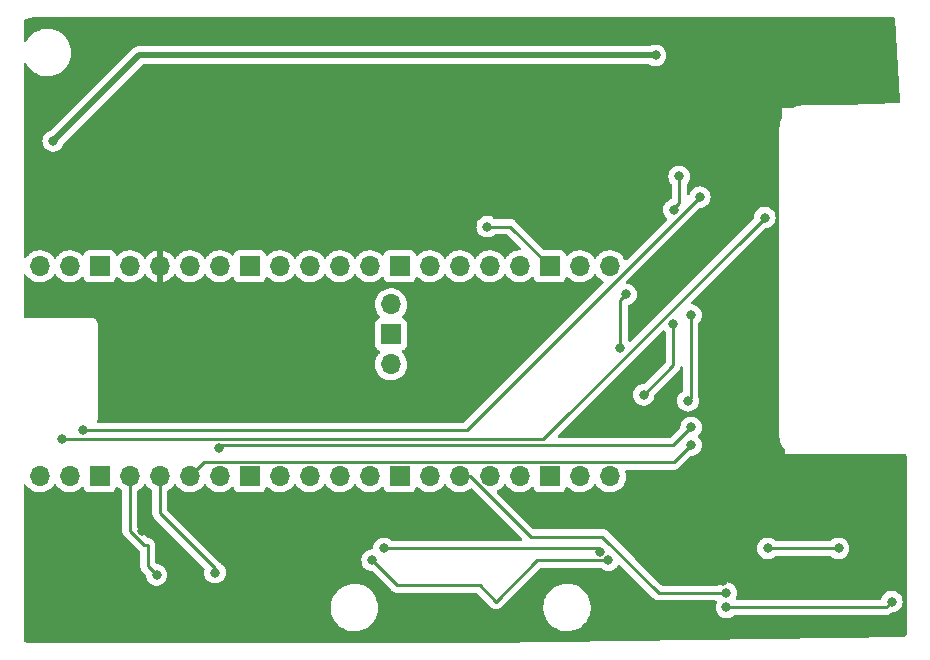
<source format=gbl>
G04 #@! TF.GenerationSoftware,KiCad,Pcbnew,(6.0.10)*
G04 #@! TF.CreationDate,2023-02-17T01:50:34+01:00*
G04 #@! TF.ProjectId,Axe_lin_aire,4178655f-6c69-46ee-9961-6972652e6b69,rev?*
G04 #@! TF.SameCoordinates,Original*
G04 #@! TF.FileFunction,Copper,L2,Bot*
G04 #@! TF.FilePolarity,Positive*
%FSLAX46Y46*%
G04 Gerber Fmt 4.6, Leading zero omitted, Abs format (unit mm)*
G04 Created by KiCad (PCBNEW (6.0.10)) date 2023-02-17 01:50:34*
%MOMM*%
%LPD*%
G01*
G04 APERTURE LIST*
G04 #@! TA.AperFunction,ComponentPad*
%ADD10O,1.700000X1.700000*%
G04 #@! TD*
G04 #@! TA.AperFunction,ComponentPad*
%ADD11R,1.700000X1.700000*%
G04 #@! TD*
G04 #@! TA.AperFunction,ViaPad*
%ADD12C,0.800000*%
G04 #@! TD*
G04 #@! TA.AperFunction,Conductor*
%ADD13C,0.250000*%
G04 #@! TD*
G04 #@! TA.AperFunction,Conductor*
%ADD14C,0.500000*%
G04 #@! TD*
G04 APERTURE END LIST*
D10*
G04 #@! TO.P,U1,1,GPIO0*
G04 #@! TO.N,UART_TX*
X101870000Y-96390000D03*
G04 #@! TO.P,U1,2,GPIO1*
G04 #@! TO.N,UART_RX*
X104410000Y-96390000D03*
D11*
G04 #@! TO.P,U1,3,GND*
G04 #@! TO.N,GND*
X106950000Y-96390000D03*
D10*
G04 #@! TO.P,U1,4,GPIO2*
G04 #@! TO.N,INT1_Bas*
X109490000Y-96390000D03*
G04 #@! TO.P,U1,5,GPIO3*
G04 #@! TO.N,INT2_Bas*
X112030000Y-96390000D03*
G04 #@! TO.P,U1,6,GPIO4*
G04 #@! TO.N,SDA*
X114570000Y-96390000D03*
G04 #@! TO.P,U1,7,GPIO5*
G04 #@! TO.N,SCL*
X117110000Y-96390000D03*
D11*
G04 #@! TO.P,U1,8,GND*
G04 #@! TO.N,GND*
X119650000Y-96390000D03*
D10*
G04 #@! TO.P,U1,9,GPIO6*
G04 #@! TO.N,INT1_Haut*
X122190000Y-96390000D03*
G04 #@! TO.P,U1,10,GPIO7*
G04 #@! TO.N,INT2_Haut*
X124730000Y-96390000D03*
G04 #@! TO.P,U1,11,GPIO8*
G04 #@! TO.N,unconnected-(U1-Pad11)*
X127270000Y-96390000D03*
G04 #@! TO.P,U1,12,GPIO9*
G04 #@! TO.N,unconnected-(U1-Pad12)*
X129810000Y-96390000D03*
D11*
G04 #@! TO.P,U1,13,GND*
G04 #@! TO.N,GND*
X132350000Y-96390000D03*
D10*
G04 #@! TO.P,U1,14,GPIO10*
G04 #@! TO.N,Net-(R8-Pad2)*
X134890000Y-96390000D03*
G04 #@! TO.P,U1,15,GPIO11*
G04 #@! TO.N,Emitter1*
X137430000Y-96390000D03*
G04 #@! TO.P,U1,16,GPIO12*
G04 #@! TO.N,Emitter2*
X139970000Y-96390000D03*
G04 #@! TO.P,U1,17,GPIO13*
G04 #@! TO.N,Motor_A*
X142510000Y-96390000D03*
D11*
G04 #@! TO.P,U1,18,GND*
G04 #@! TO.N,GND*
X145050000Y-96390000D03*
D10*
G04 #@! TO.P,U1,19,GPIO14*
G04 #@! TO.N,Motor_B*
X147590000Y-96390000D03*
G04 #@! TO.P,U1,20,GPIO15*
G04 #@! TO.N,Motor_EN*
X150130000Y-96390000D03*
G04 #@! TO.P,U1,21,GPIO16*
G04 #@! TO.N,SD_DO*
X150130000Y-78610000D03*
G04 #@! TO.P,U1,22,GPIO17*
G04 #@! TO.N,SD_CS*
X147590000Y-78610000D03*
D11*
G04 #@! TO.P,U1,23,GND*
G04 #@! TO.N,GND*
X145050000Y-78610000D03*
D10*
G04 #@! TO.P,U1,24,GPIO18*
G04 #@! TO.N,SD_CLK*
X142510000Y-78610000D03*
G04 #@! TO.P,U1,25,GPIO19*
G04 #@! TO.N,SD_DI*
X139970000Y-78610000D03*
G04 #@! TO.P,U1,26,GPIO20*
G04 #@! TO.N,SD_CD*
X137430000Y-78610000D03*
G04 #@! TO.P,U1,27,GPIO21*
G04 #@! TO.N,unconnected-(U1-Pad27)*
X134890000Y-78610000D03*
D11*
G04 #@! TO.P,U1,28,GND*
G04 #@! TO.N,GND*
X132350000Y-78610000D03*
D10*
G04 #@! TO.P,U1,29,GPIO22*
G04 #@! TO.N,unconnected-(U1-Pad29)*
X129810000Y-78610000D03*
G04 #@! TO.P,U1,30,RUN*
G04 #@! TO.N,Net-(SW1-Pad1)*
X127270000Y-78610000D03*
G04 #@! TO.P,U1,31,GPIO26_ADC0*
G04 #@! TO.N,unconnected-(U1-Pad31)*
X124730000Y-78610000D03*
G04 #@! TO.P,U1,32,GPIO27_ADC1*
G04 #@! TO.N,unconnected-(U1-Pad32)*
X122190000Y-78610000D03*
D11*
G04 #@! TO.P,U1,33,AGND*
G04 #@! TO.N,GND*
X119650000Y-78610000D03*
D10*
G04 #@! TO.P,U1,34,GPIO28_ADC2*
G04 #@! TO.N,unconnected-(U1-Pad34)*
X117110000Y-78610000D03*
G04 #@! TO.P,U1,35,ADC_VREF*
G04 #@! TO.N,unconnected-(U1-Pad35)*
X114570000Y-78610000D03*
G04 #@! TO.P,U1,36,3V3*
G04 #@! TO.N,+3.3V*
X112030000Y-78610000D03*
G04 #@! TO.P,U1,37,3V3_EN*
G04 #@! TO.N,unconnected-(U1-Pad37)*
X109490000Y-78610000D03*
D11*
G04 #@! TO.P,U1,38,GND*
G04 #@! TO.N,GND*
X106950000Y-78610000D03*
D10*
G04 #@! TO.P,U1,39,VSYS*
G04 #@! TO.N,+5V*
X104410000Y-78610000D03*
G04 #@! TO.P,U1,40,VBUS*
G04 #@! TO.N,Net-(Q1-Pad1)*
X101870000Y-78610000D03*
G04 #@! TO.P,U1,41,SWCLK*
G04 #@! TO.N,unconnected-(U1-Pad41)*
X131600000Y-86915900D03*
D11*
G04 #@! TO.P,U1,42,GND*
G04 #@! TO.N,GND*
X131600000Y-84375900D03*
D10*
G04 #@! TO.P,U1,43,SWDIO*
G04 #@! TO.N,unconnected-(U1-Pad43)*
X131600000Y-81835900D03*
G04 #@! TD*
D12*
G04 #@! TO.N,+3.3V*
X117500000Y-106250000D03*
X159750000Y-105250000D03*
X146500000Y-72000000D03*
X167750000Y-104250000D03*
X118500000Y-101000000D03*
X154250000Y-71500000D03*
X111250000Y-108500000D03*
X163750000Y-87750000D03*
X110500000Y-101000000D03*
X143526314Y-71993178D03*
X159750000Y-87000000D03*
X144500000Y-71500000D03*
X145500000Y-71500000D03*
X112250000Y-80750000D03*
X162750000Y-109500000D03*
G04 #@! TO.N,GND*
X139750000Y-75250000D03*
G04 #@! TO.N,VDC*
X103000000Y-68000000D03*
X154000000Y-60750000D03*
G04 #@! TO.N,UART_TX*
X163250000Y-74500000D03*
X103750000Y-93250000D03*
G04 #@! TO.N,UART_RX*
X157750000Y-72750000D03*
X105500000Y-92500000D03*
G04 #@! TO.N,Motor_B*
X157000000Y-82750000D03*
X156750000Y-90000000D03*
G04 #@! TO.N,Motor_A*
X151500000Y-81000000D03*
X151000000Y-85500000D03*
G04 #@! TO.N,Motor_EN*
X155500000Y-83500000D03*
X153000000Y-89500000D03*
X155562299Y-73812299D03*
X156000000Y-71000000D03*
G04 #@! TO.N,INT2_Haut*
X149293245Y-102775500D03*
X131000000Y-102500000D03*
G04 #@! TO.N,INT1_Haut*
X130000000Y-103500000D03*
X150000000Y-103500000D03*
G04 #@! TO.N,SDA*
X157011799Y-93750000D03*
G04 #@! TO.N,SCL*
X117000000Y-94000000D03*
X157011799Y-92250000D03*
G04 #@! TO.N,Net-(R4-Pad1)*
X174000000Y-107000000D03*
X160000000Y-107500000D03*
G04 #@! TO.N,Net-(R5-Pad1)*
X169500000Y-102500000D03*
X163500000Y-102500000D03*
G04 #@! TO.N,INT1_Bas*
X111750000Y-104750000D03*
G04 #@! TO.N,INT2_Bas*
X116700201Y-104549799D03*
G04 #@! TO.N,Emitter1*
X160000000Y-106275500D03*
G04 #@! TD*
D13*
G04 #@! TO.N,GND*
X145050000Y-78610000D02*
X141690000Y-75250000D01*
X141690000Y-75250000D02*
X139750000Y-75250000D01*
D14*
G04 #@! TO.N,VDC*
X110250000Y-60750000D02*
X154000000Y-60750000D01*
X103000000Y-68000000D02*
X110250000Y-60750000D01*
D13*
G04 #@! TO.N,UART_TX*
X103750000Y-93250000D02*
X144500000Y-93250000D01*
X144500000Y-93250000D02*
X163250000Y-74500000D01*
G04 #@! TO.N,UART_RX*
X105500000Y-92500000D02*
X138000000Y-92500000D01*
X138000000Y-92500000D02*
X157750000Y-72750000D01*
G04 #@! TO.N,Motor_B*
X157000000Y-82750000D02*
X157000000Y-89750000D01*
X157000000Y-89750000D02*
X156750000Y-90000000D01*
G04 #@! TO.N,Motor_A*
X151000000Y-81500000D02*
X151000000Y-85500000D01*
X151500000Y-81000000D02*
X151000000Y-81500000D01*
G04 #@! TO.N,Motor_EN*
X155500000Y-87000000D02*
X153000000Y-89500000D01*
X155500000Y-83500000D02*
X155500000Y-87000000D01*
X155750000Y-73500000D02*
X155562299Y-73687701D01*
X156000000Y-71000000D02*
X156000000Y-73250000D01*
X155562299Y-73687701D02*
X155562299Y-73812299D01*
X156000000Y-73250000D02*
X155750000Y-73500000D01*
G04 #@! TO.N,INT2_Haut*
X149017745Y-102500000D02*
X131000000Y-102500000D01*
X149293245Y-102775500D02*
X149017745Y-102500000D01*
G04 #@! TO.N,INT1_Haut*
X139124999Y-105624999D02*
X132124999Y-105624999D01*
X140500000Y-107000000D02*
X139124999Y-105624999D01*
X150000000Y-103500000D02*
X144000000Y-103500000D01*
X144000000Y-103500000D02*
X140500000Y-107000000D01*
X132124999Y-105624999D02*
X130000000Y-103500000D01*
G04 #@! TO.N,SDA*
X115745000Y-95215000D02*
X114570000Y-96390000D01*
X155546799Y-95215000D02*
X115745000Y-95215000D01*
X157011799Y-93750000D02*
X155546799Y-95215000D01*
G04 #@! TO.N,SCL*
X117250000Y-93750000D02*
X117000000Y-94000000D01*
X157011799Y-92250000D02*
X155511799Y-93750000D01*
X155511799Y-93750000D02*
X117250000Y-93750000D01*
G04 #@! TO.N,Net-(R4-Pad1)*
X173500000Y-107500000D02*
X160000000Y-107500000D01*
X174000000Y-107000000D02*
X173500000Y-107500000D01*
G04 #@! TO.N,Net-(R5-Pad1)*
X169500000Y-102500000D02*
X163500000Y-102500000D01*
G04 #@! TO.N,INT1_Bas*
X111750000Y-104750000D02*
X111000000Y-104000000D01*
X111000000Y-104000000D02*
X111000000Y-102250000D01*
X109490000Y-101015305D02*
X109490000Y-96390000D01*
X111000000Y-102250000D02*
X110724695Y-102250000D01*
X110724695Y-102250000D02*
X109490000Y-101015305D01*
G04 #@! TO.N,INT2_Bas*
X116700201Y-104200201D02*
X112030000Y-99530000D01*
X112030000Y-99530000D02*
X112030000Y-96390000D01*
X116700201Y-104549799D02*
X116700201Y-104200201D01*
G04 #@! TO.N,Emitter1*
X154275500Y-106275500D02*
X149500000Y-101500000D01*
X160000000Y-106275500D02*
X154275500Y-106275500D01*
X149500000Y-101500000D02*
X143418299Y-101500000D01*
X138308299Y-96390000D02*
X137430000Y-96390000D01*
X143418299Y-101500000D02*
X138308299Y-96390000D01*
G04 #@! TD*
G04 #@! TA.AperFunction,Conductor*
G04 #@! TO.N,+3.3V*
G36*
X174217474Y-57528502D02*
G01*
X174263967Y-57582158D01*
X174275074Y-57626119D01*
X174741478Y-64622174D01*
X174726052Y-64691474D01*
X174675607Y-64741433D01*
X174622051Y-64756397D01*
X169984313Y-64988283D01*
X169923113Y-64991343D01*
X169916821Y-64991500D01*
X166553250Y-64991500D01*
X166532345Y-64989754D01*
X166517344Y-64987230D01*
X166517341Y-64987230D01*
X166512552Y-64986424D01*
X166506237Y-64986347D01*
X166504858Y-64986330D01*
X166504855Y-64986330D01*
X166500000Y-64986271D01*
X166492946Y-64987282D01*
X166483335Y-64988283D01*
X166434248Y-64991500D01*
X166241391Y-65004140D01*
X166241387Y-65004141D01*
X166237276Y-65004410D01*
X166233236Y-65005214D01*
X166233233Y-65005214D01*
X165983091Y-65054970D01*
X165983085Y-65054972D01*
X165979046Y-65055775D01*
X165975142Y-65057100D01*
X165975139Y-65057101D01*
X165733637Y-65139080D01*
X165729731Y-65140406D01*
X165656392Y-65176573D01*
X165616360Y-65196314D01*
X165566924Y-65209151D01*
X164768038Y-65249095D01*
X164768037Y-65249095D01*
X164749944Y-65250000D01*
X164749777Y-65261495D01*
X164749777Y-65261497D01*
X164739046Y-66002128D01*
X164726065Y-66056031D01*
X164640406Y-66229731D01*
X164555775Y-66479046D01*
X164554972Y-66483085D01*
X164554970Y-66483091D01*
X164505214Y-66733233D01*
X164504410Y-66737276D01*
X164504141Y-66741387D01*
X164504140Y-66741391D01*
X164488908Y-66973785D01*
X164487691Y-66984808D01*
X164487690Y-66984852D01*
X164486309Y-66993724D01*
X164487473Y-67002626D01*
X164487473Y-67002628D01*
X164490436Y-67025283D01*
X164491500Y-67041621D01*
X164491500Y-92950633D01*
X164490000Y-92970018D01*
X164487690Y-92984851D01*
X164487690Y-92984855D01*
X164486309Y-92993724D01*
X164487474Y-93002628D01*
X164487792Y-93005062D01*
X164488535Y-93012406D01*
X164503041Y-93215230D01*
X164503997Y-93219624D01*
X164538546Y-93378444D01*
X164548908Y-93426079D01*
X164550480Y-93430294D01*
X164550481Y-93430297D01*
X164571415Y-93486424D01*
X164624315Y-93628254D01*
X164727728Y-93817640D01*
X164857040Y-93990381D01*
X164949302Y-94082643D01*
X164983328Y-94144955D01*
X164986098Y-94166489D01*
X165000000Y-94500000D01*
X165703132Y-94482850D01*
X165732979Y-94485693D01*
X165769650Y-94493670D01*
X165780370Y-94496002D01*
X165780372Y-94496002D01*
X165784770Y-94496959D01*
X165959535Y-94509459D01*
X165971446Y-94510884D01*
X165982648Y-94512769D01*
X165982655Y-94512770D01*
X165987448Y-94513576D01*
X165993724Y-94513653D01*
X165995140Y-94513670D01*
X165995143Y-94513670D01*
X166000000Y-94513729D01*
X166027624Y-94509773D01*
X166045486Y-94508500D01*
X174950633Y-94508500D01*
X174970018Y-94510000D01*
X174984852Y-94512310D01*
X174984855Y-94512310D01*
X174993724Y-94513691D01*
X175002626Y-94512527D01*
X175002750Y-94512511D01*
X175033192Y-94512240D01*
X175053870Y-94514570D01*
X175095264Y-94519234D01*
X175122770Y-94525512D01*
X175165615Y-94540504D01*
X175223306Y-94581881D01*
X175249469Y-94647880D01*
X175250000Y-94659433D01*
X175250000Y-109770747D01*
X175229998Y-109838868D01*
X175224868Y-109846256D01*
X175145526Y-109952245D01*
X175088691Y-109994792D01*
X175046346Y-110002724D01*
X139597089Y-110476962D01*
X138511195Y-110491489D01*
X138509510Y-110491500D01*
X101049367Y-110491500D01*
X101029982Y-110490000D01*
X101015149Y-110487690D01*
X101015145Y-110487690D01*
X101006276Y-110486309D01*
X100991019Y-110488304D01*
X100965698Y-110489047D01*
X100796715Y-110476961D01*
X100778936Y-110474404D01*
X100599215Y-110435308D01*
X100536904Y-110401284D01*
X100502879Y-110338972D01*
X100500000Y-110312189D01*
X100500000Y-107429733D01*
X126487822Y-107429733D01*
X126487975Y-107434121D01*
X126487975Y-107434127D01*
X126496679Y-107683365D01*
X126497625Y-107710458D01*
X126498387Y-107714781D01*
X126498388Y-107714788D01*
X126522164Y-107849624D01*
X126546402Y-107987087D01*
X126633203Y-108254235D01*
X126635131Y-108258188D01*
X126635133Y-108258193D01*
X126687768Y-108366109D01*
X126756340Y-108506702D01*
X126758795Y-108510341D01*
X126758798Y-108510347D01*
X126774515Y-108533648D01*
X126913415Y-108739576D01*
X127101371Y-108948322D01*
X127316550Y-109128879D01*
X127554764Y-109277731D01*
X127811375Y-109391982D01*
X128081390Y-109469407D01*
X128085740Y-109470018D01*
X128085743Y-109470019D01*
X128188690Y-109484487D01*
X128359552Y-109508500D01*
X128570146Y-109508500D01*
X128572332Y-109508347D01*
X128572336Y-109508347D01*
X128775827Y-109494118D01*
X128775832Y-109494117D01*
X128780212Y-109493811D01*
X129054970Y-109435409D01*
X129059099Y-109433906D01*
X129059103Y-109433905D01*
X129314781Y-109340846D01*
X129314785Y-109340844D01*
X129318926Y-109339337D01*
X129566942Y-109207464D01*
X129671896Y-109131211D01*
X129790629Y-109044947D01*
X129790632Y-109044944D01*
X129794192Y-109042358D01*
X129815683Y-109021605D01*
X129993087Y-108850287D01*
X129996252Y-108847231D01*
X130169188Y-108625882D01*
X130171384Y-108622078D01*
X130171389Y-108622071D01*
X130307435Y-108386431D01*
X130309636Y-108382619D01*
X130414862Y-108122176D01*
X130427707Y-108070659D01*
X130481753Y-107853893D01*
X130481754Y-107853888D01*
X130482817Y-107849624D01*
X130499602Y-107689928D01*
X130511719Y-107574636D01*
X130511719Y-107574633D01*
X130512178Y-107570267D01*
X130512025Y-107565873D01*
X130502529Y-107293939D01*
X130502528Y-107293933D01*
X130502375Y-107289542D01*
X130485918Y-107196206D01*
X130454360Y-107017236D01*
X130453598Y-107012913D01*
X130366797Y-106745765D01*
X130321445Y-106652779D01*
X130302320Y-106613569D01*
X130243660Y-106493298D01*
X130241205Y-106489659D01*
X130241202Y-106489653D01*
X130160935Y-106370653D01*
X130086585Y-106260424D01*
X130059315Y-106230137D01*
X129952328Y-106111317D01*
X129898629Y-106051678D01*
X129683450Y-105871121D01*
X129445236Y-105722269D01*
X129254957Y-105637551D01*
X129192639Y-105609805D01*
X129192637Y-105609804D01*
X129188625Y-105608018D01*
X128918610Y-105530593D01*
X128914260Y-105529982D01*
X128914257Y-105529981D01*
X128811310Y-105515513D01*
X128640448Y-105491500D01*
X128429854Y-105491500D01*
X128427668Y-105491653D01*
X128427664Y-105491653D01*
X128224173Y-105505882D01*
X128224168Y-105505883D01*
X128219788Y-105506189D01*
X127945030Y-105564591D01*
X127940901Y-105566094D01*
X127940897Y-105566095D01*
X127685219Y-105659154D01*
X127685215Y-105659156D01*
X127681074Y-105660663D01*
X127433058Y-105792536D01*
X127429499Y-105795122D01*
X127429497Y-105795123D01*
X127271067Y-105910229D01*
X127205808Y-105957642D01*
X127003748Y-106152769D01*
X126830812Y-106374118D01*
X126828616Y-106377922D01*
X126828611Y-106377929D01*
X126714794Y-106575067D01*
X126690364Y-106617381D01*
X126585138Y-106877824D01*
X126584073Y-106882097D01*
X126584072Y-106882099D01*
X126530242Y-107098000D01*
X126517183Y-107150376D01*
X126516724Y-107154744D01*
X126516723Y-107154749D01*
X126488606Y-107422271D01*
X126487822Y-107429733D01*
X100500000Y-107429733D01*
X100500000Y-97201272D01*
X100520002Y-97133151D01*
X100573658Y-97086658D01*
X100643932Y-97076554D01*
X100708512Y-97106048D01*
X100733433Y-97135437D01*
X100767291Y-97190688D01*
X100769987Y-97195088D01*
X100916250Y-97363938D01*
X101088126Y-97506632D01*
X101281000Y-97619338D01*
X101489692Y-97699030D01*
X101494760Y-97700061D01*
X101494763Y-97700062D01*
X101590634Y-97719567D01*
X101708597Y-97743567D01*
X101713772Y-97743757D01*
X101713774Y-97743757D01*
X101926673Y-97751564D01*
X101926677Y-97751564D01*
X101931837Y-97751753D01*
X101936957Y-97751097D01*
X101936959Y-97751097D01*
X102148288Y-97724025D01*
X102148289Y-97724025D01*
X102153416Y-97723368D01*
X102158366Y-97721883D01*
X102362429Y-97660661D01*
X102362434Y-97660659D01*
X102367384Y-97659174D01*
X102567994Y-97560896D01*
X102749860Y-97431173D01*
X102908096Y-97273489D01*
X102967594Y-97190689D01*
X103038453Y-97092077D01*
X103039776Y-97093028D01*
X103086645Y-97049857D01*
X103156580Y-97037625D01*
X103222026Y-97065144D01*
X103249875Y-97096994D01*
X103309987Y-97195088D01*
X103456250Y-97363938D01*
X103628126Y-97506632D01*
X103821000Y-97619338D01*
X104029692Y-97699030D01*
X104034760Y-97700061D01*
X104034763Y-97700062D01*
X104130634Y-97719567D01*
X104248597Y-97743567D01*
X104253772Y-97743757D01*
X104253774Y-97743757D01*
X104466673Y-97751564D01*
X104466677Y-97751564D01*
X104471837Y-97751753D01*
X104476957Y-97751097D01*
X104476959Y-97751097D01*
X104688288Y-97724025D01*
X104688289Y-97724025D01*
X104693416Y-97723368D01*
X104698366Y-97721883D01*
X104902429Y-97660661D01*
X104902434Y-97660659D01*
X104907384Y-97659174D01*
X105107994Y-97560896D01*
X105289860Y-97431173D01*
X105398091Y-97323319D01*
X105460462Y-97289404D01*
X105531268Y-97294592D01*
X105588030Y-97337238D01*
X105605012Y-97368341D01*
X105620634Y-97410011D01*
X105649385Y-97486705D01*
X105736739Y-97603261D01*
X105853295Y-97690615D01*
X105989684Y-97741745D01*
X106051866Y-97748500D01*
X107848134Y-97748500D01*
X107910316Y-97741745D01*
X108046705Y-97690615D01*
X108163261Y-97603261D01*
X108250615Y-97486705D01*
X108273112Y-97426694D01*
X108294598Y-97369382D01*
X108337240Y-97312618D01*
X108403802Y-97287918D01*
X108473150Y-97303126D01*
X108507817Y-97331114D01*
X108536250Y-97363938D01*
X108708126Y-97506632D01*
X108712593Y-97509242D01*
X108794070Y-97556853D01*
X108842794Y-97608491D01*
X108856500Y-97665641D01*
X108856500Y-100936538D01*
X108855973Y-100947721D01*
X108854298Y-100955214D01*
X108854547Y-100963140D01*
X108854547Y-100963141D01*
X108856438Y-101023291D01*
X108856500Y-101027250D01*
X108856500Y-101055161D01*
X108856997Y-101059095D01*
X108856997Y-101059096D01*
X108857005Y-101059161D01*
X108857938Y-101070998D01*
X108859327Y-101115194D01*
X108864978Y-101134644D01*
X108868987Y-101154005D01*
X108871526Y-101174102D01*
X108874445Y-101181473D01*
X108874445Y-101181475D01*
X108887804Y-101215217D01*
X108891649Y-101226447D01*
X108903982Y-101268898D01*
X108908015Y-101275717D01*
X108908017Y-101275722D01*
X108914293Y-101286333D01*
X108922988Y-101304081D01*
X108930448Y-101322922D01*
X108935110Y-101329338D01*
X108935110Y-101329339D01*
X108956436Y-101358692D01*
X108962952Y-101368612D01*
X108985458Y-101406667D01*
X108999779Y-101420988D01*
X109012619Y-101436021D01*
X109024528Y-101452412D01*
X109030634Y-101457463D01*
X109058605Y-101480603D01*
X109067384Y-101488593D01*
X110221038Y-102642247D01*
X110228582Y-102650537D01*
X110232695Y-102657018D01*
X110238472Y-102662443D01*
X110282362Y-102703658D01*
X110285204Y-102706413D01*
X110304925Y-102726134D01*
X110308120Y-102728612D01*
X110317139Y-102736315D01*
X110326752Y-102745342D01*
X110362718Y-102806553D01*
X110366500Y-102837193D01*
X110366500Y-103921233D01*
X110365973Y-103932416D01*
X110364298Y-103939909D01*
X110364547Y-103947835D01*
X110364547Y-103947836D01*
X110366438Y-104007986D01*
X110366500Y-104011945D01*
X110366500Y-104039856D01*
X110366997Y-104043790D01*
X110366997Y-104043791D01*
X110367005Y-104043856D01*
X110367938Y-104055693D01*
X110369327Y-104099889D01*
X110374978Y-104119339D01*
X110378987Y-104138700D01*
X110381526Y-104158797D01*
X110384445Y-104166168D01*
X110384445Y-104166170D01*
X110397804Y-104199912D01*
X110401649Y-104211142D01*
X110413982Y-104253593D01*
X110418015Y-104260412D01*
X110418017Y-104260417D01*
X110424293Y-104271028D01*
X110432988Y-104288776D01*
X110440448Y-104307617D01*
X110445110Y-104314033D01*
X110445110Y-104314034D01*
X110466436Y-104343387D01*
X110472952Y-104353307D01*
X110484434Y-104372721D01*
X110495458Y-104391362D01*
X110509779Y-104405683D01*
X110522619Y-104420716D01*
X110534528Y-104437107D01*
X110540634Y-104442158D01*
X110568605Y-104465298D01*
X110577384Y-104473288D01*
X110802878Y-104698782D01*
X110836904Y-104761094D01*
X110839092Y-104774703D01*
X110856458Y-104939928D01*
X110915473Y-105121556D01*
X110918776Y-105127278D01*
X110918777Y-105127279D01*
X110929840Y-105146440D01*
X111010960Y-105286944D01*
X111015378Y-105291851D01*
X111015379Y-105291852D01*
X111134325Y-105423955D01*
X111138747Y-105428866D01*
X111179258Y-105458299D01*
X111278762Y-105530593D01*
X111293248Y-105541118D01*
X111299276Y-105543802D01*
X111299278Y-105543803D01*
X111447522Y-105609805D01*
X111467712Y-105618794D01*
X111555956Y-105637551D01*
X111648056Y-105657128D01*
X111648061Y-105657128D01*
X111654513Y-105658500D01*
X111845487Y-105658500D01*
X111851939Y-105657128D01*
X111851944Y-105657128D01*
X111944044Y-105637551D01*
X112032288Y-105618794D01*
X112052478Y-105609805D01*
X112200722Y-105543803D01*
X112200724Y-105543802D01*
X112206752Y-105541118D01*
X112221239Y-105530593D01*
X112320742Y-105458299D01*
X112361253Y-105428866D01*
X112365675Y-105423955D01*
X112484621Y-105291852D01*
X112484622Y-105291851D01*
X112489040Y-105286944D01*
X112570160Y-105146440D01*
X112581223Y-105127279D01*
X112581224Y-105127278D01*
X112584527Y-105121556D01*
X112643542Y-104939928D01*
X112663504Y-104750000D01*
X112643542Y-104560072D01*
X112584527Y-104378444D01*
X112577406Y-104366109D01*
X112532763Y-104288787D01*
X112489040Y-104213056D01*
X112482175Y-104205431D01*
X112365675Y-104076045D01*
X112365674Y-104076044D01*
X112361253Y-104071134D01*
X112206752Y-103958882D01*
X112200724Y-103956198D01*
X112200722Y-103956197D01*
X112038319Y-103883891D01*
X112038318Y-103883891D01*
X112032288Y-103881206D01*
X111938887Y-103861353D01*
X111851944Y-103842872D01*
X111851939Y-103842872D01*
X111845487Y-103841500D01*
X111789595Y-103841500D01*
X111721474Y-103821498D01*
X111700500Y-103804595D01*
X111670405Y-103774500D01*
X111636379Y-103712188D01*
X111633500Y-103685405D01*
X111633500Y-102321793D01*
X111635732Y-102298184D01*
X111635790Y-102297881D01*
X111635790Y-102297877D01*
X111637275Y-102290094D01*
X111633749Y-102234049D01*
X111633500Y-102226138D01*
X111633500Y-102210144D01*
X111631494Y-102194270D01*
X111630751Y-102186402D01*
X111627723Y-102138263D01*
X111627723Y-102138262D01*
X111627225Y-102130350D01*
X111624679Y-102122513D01*
X111619506Y-102099369D01*
X111619468Y-102099065D01*
X111619467Y-102099060D01*
X111618474Y-102091203D01*
X111615558Y-102083838D01*
X111615557Y-102083834D01*
X111597801Y-102038989D01*
X111595129Y-102031570D01*
X111577764Y-101978125D01*
X111573514Y-101971428D01*
X111573350Y-101971169D01*
X111562585Y-101950042D01*
X111562471Y-101949754D01*
X111562468Y-101949749D01*
X111559552Y-101942383D01*
X111554896Y-101935975D01*
X111554893Y-101935969D01*
X111526542Y-101896948D01*
X111522092Y-101890401D01*
X111492000Y-101842982D01*
X111485993Y-101837341D01*
X111470312Y-101819554D01*
X111470134Y-101819309D01*
X111470132Y-101819307D01*
X111465472Y-101812893D01*
X111459362Y-101807838D01*
X111422204Y-101777097D01*
X111416270Y-101771866D01*
X111381102Y-101738842D01*
X111381099Y-101738840D01*
X111375321Y-101733414D01*
X111368097Y-101729442D01*
X111348494Y-101716119D01*
X111348254Y-101715920D01*
X111348247Y-101715916D01*
X111342144Y-101710867D01*
X111291324Y-101686953D01*
X111284292Y-101683371D01*
X111235060Y-101656305D01*
X111227385Y-101654335D01*
X111227379Y-101654332D01*
X111227081Y-101654256D01*
X111204772Y-101646224D01*
X111204497Y-101646094D01*
X111204489Y-101646091D01*
X111197318Y-101642717D01*
X111142151Y-101632194D01*
X111134442Y-101630471D01*
X111100449Y-101621743D01*
X111087707Y-101618471D01*
X111087706Y-101618471D01*
X111080030Y-101616500D01*
X111071793Y-101616500D01*
X111048184Y-101614268D01*
X111047882Y-101614210D01*
X111047877Y-101614210D01*
X111040094Y-101612725D01*
X111032185Y-101613223D01*
X111028091Y-101612965D01*
X110961361Y-101588725D01*
X110946909Y-101576309D01*
X110160405Y-100789805D01*
X110126379Y-100727493D01*
X110123500Y-100700710D01*
X110123500Y-97670427D01*
X110143502Y-97602306D01*
X110184618Y-97562550D01*
X110187994Y-97560896D01*
X110369860Y-97431173D01*
X110528096Y-97273489D01*
X110587594Y-97190689D01*
X110658453Y-97092077D01*
X110659776Y-97093028D01*
X110706645Y-97049857D01*
X110776580Y-97037625D01*
X110842026Y-97065144D01*
X110869875Y-97096994D01*
X110929987Y-97195088D01*
X111076250Y-97363938D01*
X111248126Y-97506632D01*
X111252593Y-97509242D01*
X111334070Y-97556853D01*
X111382794Y-97608491D01*
X111396500Y-97665641D01*
X111396500Y-99451233D01*
X111395973Y-99462416D01*
X111394298Y-99469909D01*
X111394547Y-99477835D01*
X111394547Y-99477836D01*
X111396438Y-99537986D01*
X111396500Y-99541945D01*
X111396500Y-99569856D01*
X111396997Y-99573790D01*
X111396997Y-99573791D01*
X111397005Y-99573856D01*
X111397938Y-99585693D01*
X111399327Y-99629889D01*
X111404978Y-99649339D01*
X111408987Y-99668700D01*
X111411526Y-99688797D01*
X111414445Y-99696168D01*
X111414445Y-99696170D01*
X111427804Y-99729912D01*
X111431649Y-99741142D01*
X111443982Y-99783593D01*
X111448015Y-99790412D01*
X111448017Y-99790417D01*
X111454293Y-99801028D01*
X111462988Y-99818776D01*
X111470448Y-99837617D01*
X111475110Y-99844033D01*
X111475110Y-99844034D01*
X111496436Y-99873387D01*
X111502952Y-99883307D01*
X111525458Y-99921362D01*
X111539779Y-99935683D01*
X111552619Y-99950716D01*
X111564528Y-99967107D01*
X111570634Y-99972158D01*
X111598605Y-99995298D01*
X111607384Y-100003288D01*
X115790639Y-104186543D01*
X115824665Y-104248855D01*
X115821377Y-104314574D01*
X115806659Y-104359871D01*
X115805969Y-104366432D01*
X115805969Y-104366434D01*
X115787387Y-104543234D01*
X115786697Y-104549799D01*
X115787387Y-104556364D01*
X115802356Y-104698782D01*
X115806659Y-104739727D01*
X115865674Y-104921355D01*
X115868977Y-104927077D01*
X115868978Y-104927078D01*
X115894624Y-104971497D01*
X115961161Y-105086743D01*
X116088948Y-105228665D01*
X116243449Y-105340917D01*
X116249477Y-105343601D01*
X116249479Y-105343602D01*
X116411882Y-105415908D01*
X116417913Y-105418593D01*
X116511314Y-105438446D01*
X116598257Y-105456927D01*
X116598262Y-105456927D01*
X116604714Y-105458299D01*
X116795688Y-105458299D01*
X116802140Y-105456927D01*
X116802145Y-105456927D01*
X116889089Y-105438446D01*
X116982489Y-105418593D01*
X116988520Y-105415908D01*
X117150923Y-105343602D01*
X117150925Y-105343601D01*
X117156953Y-105340917D01*
X117311454Y-105228665D01*
X117439241Y-105086743D01*
X117505778Y-104971497D01*
X117531424Y-104927078D01*
X117531425Y-104927077D01*
X117534728Y-104921355D01*
X117593743Y-104739727D01*
X117598047Y-104698782D01*
X117613015Y-104556364D01*
X117613705Y-104549799D01*
X117613015Y-104543234D01*
X117594433Y-104366434D01*
X117594433Y-104366432D01*
X117593743Y-104359871D01*
X117534728Y-104178243D01*
X117439241Y-104012855D01*
X117336004Y-103898198D01*
X117315876Y-103875844D01*
X117315875Y-103875843D01*
X117311454Y-103870933D01*
X117220148Y-103804595D01*
X117176704Y-103773031D01*
X117166101Y-103763683D01*
X117165673Y-103763094D01*
X117131596Y-103734903D01*
X117122817Y-103726913D01*
X112700405Y-99304500D01*
X112666379Y-99242188D01*
X112663500Y-99215405D01*
X112663500Y-97670427D01*
X112683502Y-97602306D01*
X112724618Y-97562550D01*
X112727994Y-97560896D01*
X112909860Y-97431173D01*
X113068096Y-97273489D01*
X113127594Y-97190689D01*
X113198453Y-97092077D01*
X113199776Y-97093028D01*
X113246645Y-97049857D01*
X113316580Y-97037625D01*
X113382026Y-97065144D01*
X113409875Y-97096994D01*
X113469987Y-97195088D01*
X113616250Y-97363938D01*
X113788126Y-97506632D01*
X113981000Y-97619338D01*
X114189692Y-97699030D01*
X114194760Y-97700061D01*
X114194763Y-97700062D01*
X114290634Y-97719567D01*
X114408597Y-97743567D01*
X114413772Y-97743757D01*
X114413774Y-97743757D01*
X114626673Y-97751564D01*
X114626677Y-97751564D01*
X114631837Y-97751753D01*
X114636957Y-97751097D01*
X114636959Y-97751097D01*
X114848288Y-97724025D01*
X114848289Y-97724025D01*
X114853416Y-97723368D01*
X114858366Y-97721883D01*
X115062429Y-97660661D01*
X115062434Y-97660659D01*
X115067384Y-97659174D01*
X115267994Y-97560896D01*
X115449860Y-97431173D01*
X115608096Y-97273489D01*
X115667594Y-97190689D01*
X115738453Y-97092077D01*
X115739776Y-97093028D01*
X115786645Y-97049857D01*
X115856580Y-97037625D01*
X115922026Y-97065144D01*
X115949875Y-97096994D01*
X116009987Y-97195088D01*
X116156250Y-97363938D01*
X116328126Y-97506632D01*
X116521000Y-97619338D01*
X116729692Y-97699030D01*
X116734760Y-97700061D01*
X116734763Y-97700062D01*
X116830634Y-97719567D01*
X116948597Y-97743567D01*
X116953772Y-97743757D01*
X116953774Y-97743757D01*
X117166673Y-97751564D01*
X117166677Y-97751564D01*
X117171837Y-97751753D01*
X117176957Y-97751097D01*
X117176959Y-97751097D01*
X117388288Y-97724025D01*
X117388289Y-97724025D01*
X117393416Y-97723368D01*
X117398366Y-97721883D01*
X117602429Y-97660661D01*
X117602434Y-97660659D01*
X117607384Y-97659174D01*
X117807994Y-97560896D01*
X117989860Y-97431173D01*
X118098091Y-97323319D01*
X118160462Y-97289404D01*
X118231268Y-97294592D01*
X118288030Y-97337238D01*
X118305012Y-97368341D01*
X118320634Y-97410011D01*
X118349385Y-97486705D01*
X118436739Y-97603261D01*
X118553295Y-97690615D01*
X118689684Y-97741745D01*
X118751866Y-97748500D01*
X120548134Y-97748500D01*
X120610316Y-97741745D01*
X120746705Y-97690615D01*
X120863261Y-97603261D01*
X120950615Y-97486705D01*
X120973112Y-97426694D01*
X120994598Y-97369382D01*
X121037240Y-97312618D01*
X121103802Y-97287918D01*
X121173150Y-97303126D01*
X121207817Y-97331114D01*
X121236250Y-97363938D01*
X121408126Y-97506632D01*
X121601000Y-97619338D01*
X121809692Y-97699030D01*
X121814760Y-97700061D01*
X121814763Y-97700062D01*
X121910634Y-97719567D01*
X122028597Y-97743567D01*
X122033772Y-97743757D01*
X122033774Y-97743757D01*
X122246673Y-97751564D01*
X122246677Y-97751564D01*
X122251837Y-97751753D01*
X122256957Y-97751097D01*
X122256959Y-97751097D01*
X122468288Y-97724025D01*
X122468289Y-97724025D01*
X122473416Y-97723368D01*
X122478366Y-97721883D01*
X122682429Y-97660661D01*
X122682434Y-97660659D01*
X122687384Y-97659174D01*
X122887994Y-97560896D01*
X123069860Y-97431173D01*
X123228096Y-97273489D01*
X123287594Y-97190689D01*
X123358453Y-97092077D01*
X123359776Y-97093028D01*
X123406645Y-97049857D01*
X123476580Y-97037625D01*
X123542026Y-97065144D01*
X123569875Y-97096994D01*
X123629987Y-97195088D01*
X123776250Y-97363938D01*
X123948126Y-97506632D01*
X124141000Y-97619338D01*
X124349692Y-97699030D01*
X124354760Y-97700061D01*
X124354763Y-97700062D01*
X124450634Y-97719567D01*
X124568597Y-97743567D01*
X124573772Y-97743757D01*
X124573774Y-97743757D01*
X124786673Y-97751564D01*
X124786677Y-97751564D01*
X124791837Y-97751753D01*
X124796957Y-97751097D01*
X124796959Y-97751097D01*
X125008288Y-97724025D01*
X125008289Y-97724025D01*
X125013416Y-97723368D01*
X125018366Y-97721883D01*
X125222429Y-97660661D01*
X125222434Y-97660659D01*
X125227384Y-97659174D01*
X125427994Y-97560896D01*
X125609860Y-97431173D01*
X125768096Y-97273489D01*
X125827594Y-97190689D01*
X125898453Y-97092077D01*
X125899776Y-97093028D01*
X125946645Y-97049857D01*
X126016580Y-97037625D01*
X126082026Y-97065144D01*
X126109875Y-97096994D01*
X126169987Y-97195088D01*
X126316250Y-97363938D01*
X126488126Y-97506632D01*
X126681000Y-97619338D01*
X126889692Y-97699030D01*
X126894760Y-97700061D01*
X126894763Y-97700062D01*
X126990634Y-97719567D01*
X127108597Y-97743567D01*
X127113772Y-97743757D01*
X127113774Y-97743757D01*
X127326673Y-97751564D01*
X127326677Y-97751564D01*
X127331837Y-97751753D01*
X127336957Y-97751097D01*
X127336959Y-97751097D01*
X127548288Y-97724025D01*
X127548289Y-97724025D01*
X127553416Y-97723368D01*
X127558366Y-97721883D01*
X127762429Y-97660661D01*
X127762434Y-97660659D01*
X127767384Y-97659174D01*
X127967994Y-97560896D01*
X128149860Y-97431173D01*
X128308096Y-97273489D01*
X128367594Y-97190689D01*
X128438453Y-97092077D01*
X128439776Y-97093028D01*
X128486645Y-97049857D01*
X128556580Y-97037625D01*
X128622026Y-97065144D01*
X128649875Y-97096994D01*
X128709987Y-97195088D01*
X128856250Y-97363938D01*
X129028126Y-97506632D01*
X129221000Y-97619338D01*
X129429692Y-97699030D01*
X129434760Y-97700061D01*
X129434763Y-97700062D01*
X129530634Y-97719567D01*
X129648597Y-97743567D01*
X129653772Y-97743757D01*
X129653774Y-97743757D01*
X129866673Y-97751564D01*
X129866677Y-97751564D01*
X129871837Y-97751753D01*
X129876957Y-97751097D01*
X129876959Y-97751097D01*
X130088288Y-97724025D01*
X130088289Y-97724025D01*
X130093416Y-97723368D01*
X130098366Y-97721883D01*
X130302429Y-97660661D01*
X130302434Y-97660659D01*
X130307384Y-97659174D01*
X130507994Y-97560896D01*
X130689860Y-97431173D01*
X130798091Y-97323319D01*
X130860462Y-97289404D01*
X130931268Y-97294592D01*
X130988030Y-97337238D01*
X131005012Y-97368341D01*
X131020634Y-97410011D01*
X131049385Y-97486705D01*
X131136739Y-97603261D01*
X131253295Y-97690615D01*
X131389684Y-97741745D01*
X131451866Y-97748500D01*
X133248134Y-97748500D01*
X133310316Y-97741745D01*
X133446705Y-97690615D01*
X133563261Y-97603261D01*
X133650615Y-97486705D01*
X133673112Y-97426694D01*
X133694598Y-97369382D01*
X133737240Y-97312618D01*
X133803802Y-97287918D01*
X133873150Y-97303126D01*
X133907817Y-97331114D01*
X133936250Y-97363938D01*
X134108126Y-97506632D01*
X134301000Y-97619338D01*
X134509692Y-97699030D01*
X134514760Y-97700061D01*
X134514763Y-97700062D01*
X134610634Y-97719567D01*
X134728597Y-97743567D01*
X134733772Y-97743757D01*
X134733774Y-97743757D01*
X134946673Y-97751564D01*
X134946677Y-97751564D01*
X134951837Y-97751753D01*
X134956957Y-97751097D01*
X134956959Y-97751097D01*
X135168288Y-97724025D01*
X135168289Y-97724025D01*
X135173416Y-97723368D01*
X135178366Y-97721883D01*
X135382429Y-97660661D01*
X135382434Y-97660659D01*
X135387384Y-97659174D01*
X135587994Y-97560896D01*
X135769860Y-97431173D01*
X135928096Y-97273489D01*
X135987594Y-97190689D01*
X136058453Y-97092077D01*
X136059776Y-97093028D01*
X136106645Y-97049857D01*
X136176580Y-97037625D01*
X136242026Y-97065144D01*
X136269875Y-97096994D01*
X136329987Y-97195088D01*
X136476250Y-97363938D01*
X136648126Y-97506632D01*
X136841000Y-97619338D01*
X137049692Y-97699030D01*
X137054760Y-97700061D01*
X137054763Y-97700062D01*
X137150634Y-97719567D01*
X137268597Y-97743567D01*
X137273772Y-97743757D01*
X137273774Y-97743757D01*
X137486673Y-97751564D01*
X137486677Y-97751564D01*
X137491837Y-97751753D01*
X137496957Y-97751097D01*
X137496959Y-97751097D01*
X137708288Y-97724025D01*
X137708289Y-97724025D01*
X137713416Y-97723368D01*
X137718366Y-97721883D01*
X137922429Y-97660661D01*
X137922434Y-97660659D01*
X137927384Y-97659174D01*
X138127994Y-97560896D01*
X138132199Y-97557896D01*
X138132205Y-97557893D01*
X138287996Y-97446768D01*
X138306901Y-97433284D01*
X138373973Y-97410011D01*
X138442982Y-97426694D01*
X138469163Y-97446768D01*
X142673800Y-101651405D01*
X142707826Y-101713717D01*
X142702761Y-101784532D01*
X142660214Y-101841368D01*
X142593694Y-101866179D01*
X142584705Y-101866500D01*
X131708200Y-101866500D01*
X131640079Y-101846498D01*
X131620853Y-101830157D01*
X131620580Y-101830460D01*
X131615668Y-101826037D01*
X131611253Y-101821134D01*
X131485262Y-101729596D01*
X131462094Y-101712763D01*
X131462093Y-101712762D01*
X131456752Y-101708882D01*
X131450724Y-101706198D01*
X131450722Y-101706197D01*
X131288319Y-101633891D01*
X131288318Y-101633891D01*
X131282288Y-101631206D01*
X131188887Y-101611353D01*
X131101944Y-101592872D01*
X131101939Y-101592872D01*
X131095487Y-101591500D01*
X130904513Y-101591500D01*
X130898061Y-101592872D01*
X130898056Y-101592872D01*
X130811113Y-101611353D01*
X130717712Y-101631206D01*
X130711682Y-101633891D01*
X130711681Y-101633891D01*
X130549278Y-101706197D01*
X130549276Y-101706198D01*
X130543248Y-101708882D01*
X130537907Y-101712762D01*
X130537906Y-101712763D01*
X130514738Y-101729596D01*
X130388747Y-101821134D01*
X130384326Y-101826044D01*
X130384325Y-101826045D01*
X130323362Y-101893752D01*
X130260960Y-101963056D01*
X130165473Y-102128444D01*
X130106458Y-102310072D01*
X130105768Y-102316633D01*
X130105768Y-102316635D01*
X130088738Y-102478670D01*
X130061725Y-102544327D01*
X130003503Y-102584957D01*
X129963428Y-102591500D01*
X129904513Y-102591500D01*
X129898061Y-102592872D01*
X129898056Y-102592872D01*
X129811113Y-102611353D01*
X129717712Y-102631206D01*
X129711682Y-102633891D01*
X129711681Y-102633891D01*
X129549278Y-102706197D01*
X129549276Y-102706198D01*
X129543248Y-102708882D01*
X129388747Y-102821134D01*
X129260960Y-102963056D01*
X129165473Y-103128444D01*
X129106458Y-103310072D01*
X129105768Y-103316633D01*
X129105768Y-103316635D01*
X129087629Y-103489221D01*
X129086496Y-103500000D01*
X129106458Y-103689928D01*
X129165473Y-103871556D01*
X129168776Y-103877278D01*
X129168777Y-103877279D01*
X129175111Y-103888250D01*
X129260960Y-104036944D01*
X129265378Y-104041851D01*
X129265379Y-104041852D01*
X129352581Y-104138700D01*
X129388747Y-104178866D01*
X129474461Y-104241141D01*
X129515597Y-104271028D01*
X129543248Y-104291118D01*
X129549276Y-104293802D01*
X129549278Y-104293803D01*
X129711681Y-104366109D01*
X129717712Y-104368794D01*
X129792680Y-104384729D01*
X129898056Y-104407128D01*
X129898061Y-104407128D01*
X129904513Y-104408500D01*
X129960406Y-104408500D01*
X130028527Y-104428502D01*
X130049501Y-104445405D01*
X131621342Y-106017246D01*
X131628886Y-106025536D01*
X131632999Y-106032017D01*
X131638776Y-106037442D01*
X131682666Y-106078657D01*
X131685508Y-106081412D01*
X131705229Y-106101133D01*
X131708424Y-106103611D01*
X131717446Y-106111317D01*
X131749678Y-106141585D01*
X131756627Y-106145405D01*
X131767431Y-106151345D01*
X131783955Y-106162198D01*
X131799958Y-106174612D01*
X131840542Y-106192175D01*
X131851172Y-106197382D01*
X131889939Y-106218694D01*
X131897616Y-106220665D01*
X131897621Y-106220667D01*
X131909557Y-106223731D01*
X131928265Y-106230136D01*
X131946854Y-106238180D01*
X131954679Y-106239419D01*
X131954681Y-106239420D01*
X131990518Y-106245096D01*
X132002139Y-106247503D01*
X132037288Y-106256527D01*
X132044969Y-106258499D01*
X132065230Y-106258499D01*
X132084939Y-106260050D01*
X132104942Y-106263218D01*
X132112834Y-106262472D01*
X132118061Y-106261978D01*
X132148953Y-106259058D01*
X132160810Y-106258499D01*
X138810405Y-106258499D01*
X138878526Y-106278501D01*
X138899500Y-106295404D01*
X139450593Y-106846498D01*
X140001280Y-107397185D01*
X140016395Y-107415453D01*
X140021028Y-107422271D01*
X140026976Y-107427515D01*
X140026977Y-107427516D01*
X140063155Y-107459411D01*
X140068925Y-107464830D01*
X140080230Y-107476135D01*
X140086177Y-107480748D01*
X140092874Y-107485943D01*
X140098972Y-107490988D01*
X140135144Y-107522878D01*
X140141090Y-107528120D01*
X140148154Y-107531719D01*
X140148155Y-107531720D01*
X140148429Y-107531860D01*
X140168450Y-107544566D01*
X140168690Y-107544752D01*
X140168694Y-107544754D01*
X140174959Y-107549614D01*
X140226073Y-107571733D01*
X140226507Y-107571921D01*
X140233642Y-107575278D01*
X140283704Y-107600785D01*
X140291749Y-107602583D01*
X140314294Y-107609909D01*
X140321855Y-107613181D01*
X140367894Y-107620473D01*
X140377326Y-107621967D01*
X140385101Y-107623451D01*
X140407135Y-107628376D01*
X140439909Y-107635702D01*
X140447832Y-107635453D01*
X140447833Y-107635453D01*
X140447894Y-107635451D01*
X140448144Y-107635443D01*
X140471815Y-107636933D01*
X140472111Y-107636980D01*
X140472114Y-107636980D01*
X140479943Y-107638220D01*
X140487835Y-107637474D01*
X140487836Y-107637474D01*
X140535858Y-107632935D01*
X140543755Y-107632438D01*
X140576972Y-107631393D01*
X140599889Y-107630673D01*
X140607798Y-107628375D01*
X140631094Y-107623932D01*
X140631404Y-107623903D01*
X140631407Y-107623902D01*
X140639292Y-107623157D01*
X140692144Y-107604129D01*
X140699673Y-107601683D01*
X140745981Y-107588230D01*
X140745985Y-107588228D01*
X140753593Y-107586018D01*
X140760416Y-107581983D01*
X140760420Y-107581981D01*
X140760688Y-107581823D01*
X140782132Y-107571733D01*
X140782423Y-107571628D01*
X140782431Y-107571624D01*
X140789889Y-107568939D01*
X140836365Y-107537354D01*
X140842996Y-107533145D01*
X140891362Y-107504542D01*
X140897182Y-107498722D01*
X140915453Y-107483606D01*
X140915710Y-107483431D01*
X140922271Y-107478972D01*
X140959418Y-107436837D01*
X140964837Y-107431067D01*
X140966171Y-107429733D01*
X144487822Y-107429733D01*
X144487975Y-107434121D01*
X144487975Y-107434127D01*
X144496679Y-107683365D01*
X144497625Y-107710458D01*
X144498387Y-107714781D01*
X144498388Y-107714788D01*
X144522164Y-107849624D01*
X144546402Y-107987087D01*
X144633203Y-108254235D01*
X144635131Y-108258188D01*
X144635133Y-108258193D01*
X144687768Y-108366109D01*
X144756340Y-108506702D01*
X144758795Y-108510341D01*
X144758798Y-108510347D01*
X144774515Y-108533648D01*
X144913415Y-108739576D01*
X145101371Y-108948322D01*
X145316550Y-109128879D01*
X145554764Y-109277731D01*
X145811375Y-109391982D01*
X146081390Y-109469407D01*
X146085740Y-109470018D01*
X146085743Y-109470019D01*
X146188690Y-109484487D01*
X146359552Y-109508500D01*
X146570146Y-109508500D01*
X146572332Y-109508347D01*
X146572336Y-109508347D01*
X146775827Y-109494118D01*
X146775832Y-109494117D01*
X146780212Y-109493811D01*
X147054970Y-109435409D01*
X147059099Y-109433906D01*
X147059103Y-109433905D01*
X147314781Y-109340846D01*
X147314785Y-109340844D01*
X147318926Y-109339337D01*
X147566942Y-109207464D01*
X147671896Y-109131211D01*
X147790629Y-109044947D01*
X147790632Y-109044944D01*
X147794192Y-109042358D01*
X147815683Y-109021605D01*
X147993087Y-108850287D01*
X147996252Y-108847231D01*
X148169188Y-108625882D01*
X148171384Y-108622078D01*
X148171389Y-108622071D01*
X148307435Y-108386431D01*
X148309636Y-108382619D01*
X148414862Y-108122176D01*
X148427707Y-108070659D01*
X148481753Y-107853893D01*
X148481754Y-107853888D01*
X148482817Y-107849624D01*
X148499602Y-107689928D01*
X148511719Y-107574636D01*
X148511719Y-107574633D01*
X148512178Y-107570267D01*
X148512025Y-107565873D01*
X148502529Y-107293939D01*
X148502528Y-107293933D01*
X148502375Y-107289542D01*
X148485918Y-107196206D01*
X148454360Y-107017236D01*
X148453598Y-107012913D01*
X148366797Y-106745765D01*
X148321445Y-106652779D01*
X148302320Y-106613569D01*
X148243660Y-106493298D01*
X148241205Y-106489659D01*
X148241202Y-106489653D01*
X148160935Y-106370653D01*
X148086585Y-106260424D01*
X148059315Y-106230137D01*
X147952328Y-106111317D01*
X147898629Y-106051678D01*
X147683450Y-105871121D01*
X147445236Y-105722269D01*
X147254957Y-105637551D01*
X147192639Y-105609805D01*
X147192637Y-105609804D01*
X147188625Y-105608018D01*
X146918610Y-105530593D01*
X146914260Y-105529982D01*
X146914257Y-105529981D01*
X146811310Y-105515513D01*
X146640448Y-105491500D01*
X146429854Y-105491500D01*
X146427668Y-105491653D01*
X146427664Y-105491653D01*
X146224173Y-105505882D01*
X146224168Y-105505883D01*
X146219788Y-105506189D01*
X145945030Y-105564591D01*
X145940901Y-105566094D01*
X145940897Y-105566095D01*
X145685219Y-105659154D01*
X145685215Y-105659156D01*
X145681074Y-105660663D01*
X145433058Y-105792536D01*
X145429499Y-105795122D01*
X145429497Y-105795123D01*
X145271067Y-105910229D01*
X145205808Y-105957642D01*
X145003748Y-106152769D01*
X144830812Y-106374118D01*
X144828616Y-106377922D01*
X144828611Y-106377929D01*
X144714794Y-106575067D01*
X144690364Y-106617381D01*
X144585138Y-106877824D01*
X144584073Y-106882097D01*
X144584072Y-106882099D01*
X144530242Y-107098000D01*
X144517183Y-107150376D01*
X144516724Y-107154744D01*
X144516723Y-107154749D01*
X144488606Y-107422271D01*
X144487822Y-107429733D01*
X140966171Y-107429733D01*
X144225499Y-104170405D01*
X144287811Y-104136379D01*
X144314594Y-104133500D01*
X149291800Y-104133500D01*
X149359921Y-104153502D01*
X149379147Y-104169843D01*
X149379420Y-104169540D01*
X149384332Y-104173963D01*
X149388747Y-104178866D01*
X149396540Y-104184528D01*
X149515597Y-104271028D01*
X149543248Y-104291118D01*
X149549276Y-104293802D01*
X149549278Y-104293803D01*
X149711681Y-104366109D01*
X149717712Y-104368794D01*
X149792680Y-104384729D01*
X149898056Y-104407128D01*
X149898061Y-104407128D01*
X149904513Y-104408500D01*
X150095487Y-104408500D01*
X150101939Y-104407128D01*
X150101944Y-104407128D01*
X150207320Y-104384729D01*
X150282288Y-104368794D01*
X150288319Y-104366109D01*
X150450722Y-104293803D01*
X150450724Y-104293802D01*
X150456752Y-104291118D01*
X150484404Y-104271028D01*
X150525539Y-104241141D01*
X150611253Y-104178866D01*
X150647419Y-104138700D01*
X150734621Y-104041852D01*
X150734622Y-104041851D01*
X150739040Y-104036944D01*
X150804079Y-103924293D01*
X150855461Y-103875300D01*
X150925175Y-103861864D01*
X150991086Y-103888250D01*
X151002293Y-103898198D01*
X153771848Y-106667753D01*
X153779388Y-106676039D01*
X153783500Y-106682518D01*
X153789277Y-106687943D01*
X153833151Y-106729143D01*
X153835993Y-106731898D01*
X153855730Y-106751635D01*
X153858927Y-106754115D01*
X153867947Y-106761818D01*
X153900179Y-106792086D01*
X153907125Y-106795905D01*
X153907128Y-106795907D01*
X153917934Y-106801848D01*
X153934453Y-106812699D01*
X153950459Y-106825114D01*
X153957728Y-106828259D01*
X153957732Y-106828262D01*
X153991037Y-106842674D01*
X154001687Y-106847891D01*
X154040440Y-106869195D01*
X154058146Y-106873741D01*
X154060062Y-106874233D01*
X154078766Y-106880637D01*
X154082145Y-106882099D01*
X154097355Y-106888681D01*
X154105178Y-106889920D01*
X154105188Y-106889923D01*
X154141024Y-106895599D01*
X154152644Y-106898005D01*
X154187789Y-106907028D01*
X154195470Y-106909000D01*
X154215724Y-106909000D01*
X154235434Y-106910551D01*
X154255443Y-106913720D01*
X154263335Y-106912974D01*
X154299461Y-106909559D01*
X154311319Y-106909000D01*
X159073931Y-106909000D01*
X159142052Y-106929002D01*
X159188545Y-106982658D01*
X159198649Y-107052932D01*
X159183050Y-107098000D01*
X159165473Y-107128444D01*
X159106458Y-107310072D01*
X159105768Y-107316633D01*
X159105768Y-107316635D01*
X159094340Y-107425364D01*
X159086496Y-107500000D01*
X159087186Y-107506565D01*
X159100733Y-107635453D01*
X159106458Y-107689928D01*
X159165473Y-107871556D01*
X159168776Y-107877278D01*
X159168777Y-107877279D01*
X159186803Y-107908500D01*
X159260960Y-108036944D01*
X159265378Y-108041851D01*
X159265379Y-108041852D01*
X159347452Y-108133003D01*
X159388747Y-108178866D01*
X159543248Y-108291118D01*
X159549276Y-108293802D01*
X159549278Y-108293803D01*
X159711681Y-108366109D01*
X159717712Y-108368794D01*
X159800687Y-108386431D01*
X159898056Y-108407128D01*
X159898061Y-108407128D01*
X159904513Y-108408500D01*
X160095487Y-108408500D01*
X160101939Y-108407128D01*
X160101944Y-108407128D01*
X160199313Y-108386431D01*
X160282288Y-108368794D01*
X160288319Y-108366109D01*
X160450722Y-108293803D01*
X160450724Y-108293802D01*
X160456752Y-108291118D01*
X160611253Y-108178866D01*
X160615668Y-108173963D01*
X160620580Y-108169540D01*
X160621705Y-108170789D01*
X160675014Y-108137949D01*
X160708200Y-108133500D01*
X173421233Y-108133500D01*
X173432416Y-108134027D01*
X173439909Y-108135702D01*
X173447835Y-108135453D01*
X173447836Y-108135453D01*
X173507986Y-108133562D01*
X173511945Y-108133500D01*
X173539856Y-108133500D01*
X173543791Y-108133003D01*
X173543856Y-108132995D01*
X173555693Y-108132062D01*
X173587951Y-108131048D01*
X173591970Y-108130922D01*
X173599889Y-108130673D01*
X173619343Y-108125021D01*
X173638700Y-108121013D01*
X173650930Y-108119468D01*
X173650931Y-108119468D01*
X173658797Y-108118474D01*
X173666168Y-108115555D01*
X173666170Y-108115555D01*
X173699912Y-108102196D01*
X173711142Y-108098351D01*
X173745983Y-108088229D01*
X173745984Y-108088229D01*
X173753593Y-108086018D01*
X173760412Y-108081985D01*
X173760417Y-108081983D01*
X173771028Y-108075707D01*
X173788776Y-108067012D01*
X173807617Y-108059552D01*
X173843387Y-108033564D01*
X173853307Y-108027048D01*
X173884535Y-108008580D01*
X173884538Y-108008578D01*
X173891362Y-108004542D01*
X173905683Y-107990221D01*
X173920717Y-107977380D01*
X173930693Y-107970132D01*
X173937107Y-107965472D01*
X173946442Y-107954187D01*
X174005275Y-107914447D01*
X174043529Y-107908500D01*
X174095487Y-107908500D01*
X174101939Y-107907128D01*
X174101944Y-107907128D01*
X174188888Y-107888647D01*
X174282288Y-107868794D01*
X174290201Y-107865271D01*
X174450722Y-107793803D01*
X174450724Y-107793802D01*
X174456752Y-107791118D01*
X174611253Y-107678866D01*
X174647851Y-107638220D01*
X174734621Y-107541852D01*
X174734622Y-107541851D01*
X174739040Y-107536944D01*
X174834527Y-107371556D01*
X174893542Y-107189928D01*
X174897240Y-107154749D01*
X174912814Y-107006565D01*
X174913504Y-107000000D01*
X174899473Y-106866500D01*
X174894232Y-106816635D01*
X174894232Y-106816633D01*
X174893542Y-106810072D01*
X174834527Y-106628444D01*
X174830496Y-106621461D01*
X174742341Y-106468774D01*
X174739040Y-106463056D01*
X174662392Y-106377929D01*
X174615675Y-106326045D01*
X174615674Y-106326044D01*
X174611253Y-106321134D01*
X174486007Y-106230137D01*
X174462094Y-106212763D01*
X174462093Y-106212762D01*
X174456752Y-106208882D01*
X174450724Y-106206198D01*
X174450722Y-106206197D01*
X174288319Y-106133891D01*
X174288318Y-106133891D01*
X174282288Y-106131206D01*
X174188718Y-106111317D01*
X174101944Y-106092872D01*
X174101939Y-106092872D01*
X174095487Y-106091500D01*
X173904513Y-106091500D01*
X173898061Y-106092872D01*
X173898056Y-106092872D01*
X173811282Y-106111317D01*
X173717712Y-106131206D01*
X173711682Y-106133891D01*
X173711681Y-106133891D01*
X173549278Y-106206197D01*
X173549276Y-106206198D01*
X173543248Y-106208882D01*
X173537907Y-106212762D01*
X173537906Y-106212763D01*
X173513993Y-106230137D01*
X173388747Y-106321134D01*
X173384326Y-106326044D01*
X173384325Y-106326045D01*
X173337609Y-106377929D01*
X173260960Y-106463056D01*
X173257659Y-106468774D01*
X173169505Y-106621461D01*
X173165473Y-106628444D01*
X173124658Y-106754059D01*
X173116412Y-106779437D01*
X173076338Y-106838042D01*
X173010941Y-106865679D01*
X172996579Y-106866500D01*
X160926069Y-106866500D01*
X160857948Y-106846498D01*
X160811455Y-106792842D01*
X160801351Y-106722568D01*
X160816950Y-106677500D01*
X160831223Y-106652779D01*
X160831224Y-106652778D01*
X160834527Y-106647056D01*
X160893542Y-106465428D01*
X160902739Y-106377929D01*
X160912814Y-106282065D01*
X160913504Y-106275500D01*
X160904994Y-106194529D01*
X160894232Y-106092135D01*
X160894232Y-106092133D01*
X160893542Y-106085572D01*
X160834527Y-105903944D01*
X160739040Y-105738556D01*
X160726471Y-105724596D01*
X160615675Y-105601545D01*
X160615674Y-105601544D01*
X160611253Y-105596634D01*
X160486344Y-105505882D01*
X160462094Y-105488263D01*
X160462093Y-105488262D01*
X160456752Y-105484382D01*
X160450724Y-105481698D01*
X160450722Y-105481697D01*
X160288319Y-105409391D01*
X160288318Y-105409391D01*
X160282288Y-105406706D01*
X160188887Y-105386853D01*
X160101944Y-105368372D01*
X160101939Y-105368372D01*
X160095487Y-105367000D01*
X159904513Y-105367000D01*
X159898061Y-105368372D01*
X159898056Y-105368372D01*
X159811113Y-105386853D01*
X159717712Y-105406706D01*
X159711682Y-105409391D01*
X159711681Y-105409391D01*
X159549278Y-105481697D01*
X159549276Y-105481698D01*
X159543248Y-105484382D01*
X159537907Y-105488262D01*
X159537906Y-105488263D01*
X159465158Y-105541118D01*
X159388747Y-105596634D01*
X159384332Y-105601537D01*
X159379420Y-105605960D01*
X159378295Y-105604711D01*
X159324986Y-105637551D01*
X159291800Y-105642000D01*
X154590094Y-105642000D01*
X154521973Y-105621998D01*
X154500999Y-105605095D01*
X152266071Y-103370166D01*
X151395905Y-102500000D01*
X162586496Y-102500000D01*
X162587186Y-102506565D01*
X162601447Y-102642247D01*
X162606458Y-102689928D01*
X162665473Y-102871556D01*
X162760960Y-103036944D01*
X162888747Y-103178866D01*
X163043248Y-103291118D01*
X163049276Y-103293802D01*
X163049278Y-103293803D01*
X163100560Y-103316635D01*
X163217712Y-103368794D01*
X163311113Y-103388647D01*
X163398056Y-103407128D01*
X163398061Y-103407128D01*
X163404513Y-103408500D01*
X163595487Y-103408500D01*
X163601939Y-103407128D01*
X163601944Y-103407128D01*
X163688888Y-103388647D01*
X163782288Y-103368794D01*
X163899440Y-103316635D01*
X163950722Y-103293803D01*
X163950724Y-103293802D01*
X163956752Y-103291118D01*
X164111253Y-103178866D01*
X164115668Y-103173963D01*
X164120580Y-103169540D01*
X164121705Y-103170789D01*
X164175014Y-103137949D01*
X164208200Y-103133500D01*
X168791800Y-103133500D01*
X168859921Y-103153502D01*
X168879147Y-103169843D01*
X168879420Y-103169540D01*
X168884332Y-103173963D01*
X168888747Y-103178866D01*
X169043248Y-103291118D01*
X169049276Y-103293802D01*
X169049278Y-103293803D01*
X169100560Y-103316635D01*
X169217712Y-103368794D01*
X169311113Y-103388647D01*
X169398056Y-103407128D01*
X169398061Y-103407128D01*
X169404513Y-103408500D01*
X169595487Y-103408500D01*
X169601939Y-103407128D01*
X169601944Y-103407128D01*
X169688888Y-103388647D01*
X169782288Y-103368794D01*
X169899440Y-103316635D01*
X169950722Y-103293803D01*
X169950724Y-103293802D01*
X169956752Y-103291118D01*
X170111253Y-103178866D01*
X170239040Y-103036944D01*
X170334527Y-102871556D01*
X170393542Y-102689928D01*
X170398554Y-102642247D01*
X170412814Y-102506565D01*
X170413504Y-102500000D01*
X170393542Y-102310072D01*
X170334527Y-102128444D01*
X170239040Y-101963056D01*
X170176639Y-101893752D01*
X170115675Y-101826045D01*
X170115674Y-101826044D01*
X170111253Y-101821134D01*
X169985262Y-101729596D01*
X169962094Y-101712763D01*
X169962093Y-101712762D01*
X169956752Y-101708882D01*
X169950724Y-101706198D01*
X169950722Y-101706197D01*
X169788319Y-101633891D01*
X169788318Y-101633891D01*
X169782288Y-101631206D01*
X169688887Y-101611353D01*
X169601944Y-101592872D01*
X169601939Y-101592872D01*
X169595487Y-101591500D01*
X169404513Y-101591500D01*
X169398061Y-101592872D01*
X169398056Y-101592872D01*
X169311113Y-101611353D01*
X169217712Y-101631206D01*
X169211682Y-101633891D01*
X169211681Y-101633891D01*
X169049278Y-101706197D01*
X169049276Y-101706198D01*
X169043248Y-101708882D01*
X169037907Y-101712762D01*
X169037906Y-101712763D01*
X169014738Y-101729596D01*
X168888747Y-101821134D01*
X168884332Y-101826037D01*
X168879420Y-101830460D01*
X168878295Y-101829211D01*
X168824986Y-101862051D01*
X168791800Y-101866500D01*
X164208200Y-101866500D01*
X164140079Y-101846498D01*
X164120853Y-101830157D01*
X164120580Y-101830460D01*
X164115668Y-101826037D01*
X164111253Y-101821134D01*
X163985262Y-101729596D01*
X163962094Y-101712763D01*
X163962093Y-101712762D01*
X163956752Y-101708882D01*
X163950724Y-101706198D01*
X163950722Y-101706197D01*
X163788319Y-101633891D01*
X163788318Y-101633891D01*
X163782288Y-101631206D01*
X163688887Y-101611353D01*
X163601944Y-101592872D01*
X163601939Y-101592872D01*
X163595487Y-101591500D01*
X163404513Y-101591500D01*
X163398061Y-101592872D01*
X163398056Y-101592872D01*
X163311113Y-101611353D01*
X163217712Y-101631206D01*
X163211682Y-101633891D01*
X163211681Y-101633891D01*
X163049278Y-101706197D01*
X163049276Y-101706198D01*
X163043248Y-101708882D01*
X163037907Y-101712762D01*
X163037906Y-101712763D01*
X163014738Y-101729596D01*
X162888747Y-101821134D01*
X162884326Y-101826044D01*
X162884325Y-101826045D01*
X162823362Y-101893752D01*
X162760960Y-101963056D01*
X162665473Y-102128444D01*
X162606458Y-102310072D01*
X162586496Y-102500000D01*
X151395905Y-102500000D01*
X150003652Y-101107747D01*
X149996112Y-101099461D01*
X149992000Y-101092982D01*
X149942348Y-101046356D01*
X149939507Y-101043602D01*
X149919770Y-101023865D01*
X149916573Y-101021385D01*
X149907551Y-101013680D01*
X149881100Y-100988841D01*
X149875321Y-100983414D01*
X149868375Y-100979595D01*
X149868372Y-100979593D01*
X149857566Y-100973652D01*
X149841047Y-100962801D01*
X149840583Y-100962441D01*
X149825041Y-100950386D01*
X149817772Y-100947241D01*
X149817768Y-100947238D01*
X149784463Y-100932826D01*
X149773813Y-100927609D01*
X149735060Y-100906305D01*
X149715437Y-100901267D01*
X149696734Y-100894863D01*
X149685420Y-100889967D01*
X149685419Y-100889967D01*
X149678145Y-100886819D01*
X149670322Y-100885580D01*
X149670312Y-100885577D01*
X149634476Y-100879901D01*
X149622856Y-100877495D01*
X149587711Y-100868472D01*
X149587710Y-100868472D01*
X149580030Y-100866500D01*
X149559776Y-100866500D01*
X149540065Y-100864949D01*
X149527886Y-100863020D01*
X149520057Y-100861780D01*
X149512165Y-100862526D01*
X149476039Y-100865941D01*
X149464181Y-100866500D01*
X143732894Y-100866500D01*
X143664773Y-100846498D01*
X143643799Y-100829595D01*
X140596083Y-97781879D01*
X140562057Y-97719567D01*
X140567122Y-97648752D01*
X140609669Y-97591916D01*
X140629739Y-97579637D01*
X140667994Y-97560896D01*
X140849860Y-97431173D01*
X141008096Y-97273489D01*
X141067594Y-97190689D01*
X141138453Y-97092077D01*
X141139776Y-97093028D01*
X141186645Y-97049857D01*
X141256580Y-97037625D01*
X141322026Y-97065144D01*
X141349875Y-97096994D01*
X141409987Y-97195088D01*
X141556250Y-97363938D01*
X141728126Y-97506632D01*
X141921000Y-97619338D01*
X142129692Y-97699030D01*
X142134760Y-97700061D01*
X142134763Y-97700062D01*
X142230634Y-97719567D01*
X142348597Y-97743567D01*
X142353772Y-97743757D01*
X142353774Y-97743757D01*
X142566673Y-97751564D01*
X142566677Y-97751564D01*
X142571837Y-97751753D01*
X142576957Y-97751097D01*
X142576959Y-97751097D01*
X142788288Y-97724025D01*
X142788289Y-97724025D01*
X142793416Y-97723368D01*
X142798366Y-97721883D01*
X143002429Y-97660661D01*
X143002434Y-97660659D01*
X143007384Y-97659174D01*
X143207994Y-97560896D01*
X143389860Y-97431173D01*
X143498091Y-97323319D01*
X143560462Y-97289404D01*
X143631268Y-97294592D01*
X143688030Y-97337238D01*
X143705012Y-97368341D01*
X143720634Y-97410011D01*
X143749385Y-97486705D01*
X143836739Y-97603261D01*
X143953295Y-97690615D01*
X144089684Y-97741745D01*
X144151866Y-97748500D01*
X145948134Y-97748500D01*
X146010316Y-97741745D01*
X146146705Y-97690615D01*
X146263261Y-97603261D01*
X146350615Y-97486705D01*
X146373112Y-97426694D01*
X146394598Y-97369382D01*
X146437240Y-97312618D01*
X146503802Y-97287918D01*
X146573150Y-97303126D01*
X146607817Y-97331114D01*
X146636250Y-97363938D01*
X146808126Y-97506632D01*
X147001000Y-97619338D01*
X147209692Y-97699030D01*
X147214760Y-97700061D01*
X147214763Y-97700062D01*
X147310634Y-97719567D01*
X147428597Y-97743567D01*
X147433772Y-97743757D01*
X147433774Y-97743757D01*
X147646673Y-97751564D01*
X147646677Y-97751564D01*
X147651837Y-97751753D01*
X147656957Y-97751097D01*
X147656959Y-97751097D01*
X147868288Y-97724025D01*
X147868289Y-97724025D01*
X147873416Y-97723368D01*
X147878366Y-97721883D01*
X148082429Y-97660661D01*
X148082434Y-97660659D01*
X148087384Y-97659174D01*
X148287994Y-97560896D01*
X148469860Y-97431173D01*
X148628096Y-97273489D01*
X148687594Y-97190689D01*
X148758453Y-97092077D01*
X148759776Y-97093028D01*
X148806645Y-97049857D01*
X148876580Y-97037625D01*
X148942026Y-97065144D01*
X148969875Y-97096994D01*
X149029987Y-97195088D01*
X149176250Y-97363938D01*
X149348126Y-97506632D01*
X149541000Y-97619338D01*
X149749692Y-97699030D01*
X149754760Y-97700061D01*
X149754763Y-97700062D01*
X149850634Y-97719567D01*
X149968597Y-97743567D01*
X149973772Y-97743757D01*
X149973774Y-97743757D01*
X150186673Y-97751564D01*
X150186677Y-97751564D01*
X150191837Y-97751753D01*
X150196957Y-97751097D01*
X150196959Y-97751097D01*
X150408288Y-97724025D01*
X150408289Y-97724025D01*
X150413416Y-97723368D01*
X150418366Y-97721883D01*
X150622429Y-97660661D01*
X150622434Y-97660659D01*
X150627384Y-97659174D01*
X150827994Y-97560896D01*
X151009860Y-97431173D01*
X151168096Y-97273489D01*
X151227594Y-97190689D01*
X151295435Y-97096277D01*
X151298453Y-97092077D01*
X151319320Y-97049857D01*
X151395136Y-96896453D01*
X151395137Y-96896451D01*
X151397430Y-96891811D01*
X151462370Y-96678069D01*
X151491529Y-96456590D01*
X151493156Y-96390000D01*
X151474852Y-96167361D01*
X151466616Y-96134570D01*
X151434119Y-96005195D01*
X151436923Y-95934254D01*
X151477636Y-95876091D01*
X151543331Y-95849172D01*
X151556323Y-95848500D01*
X155468032Y-95848500D01*
X155479215Y-95849027D01*
X155486708Y-95850702D01*
X155494634Y-95850453D01*
X155494635Y-95850453D01*
X155554785Y-95848562D01*
X155558744Y-95848500D01*
X155586655Y-95848500D01*
X155590590Y-95848003D01*
X155590655Y-95847995D01*
X155602492Y-95847062D01*
X155634750Y-95846048D01*
X155638769Y-95845922D01*
X155646688Y-95845673D01*
X155666142Y-95840021D01*
X155685499Y-95836013D01*
X155697729Y-95834468D01*
X155697730Y-95834468D01*
X155705596Y-95833474D01*
X155712967Y-95830555D01*
X155712969Y-95830555D01*
X155746711Y-95817196D01*
X155757941Y-95813351D01*
X155792782Y-95803229D01*
X155792783Y-95803229D01*
X155800392Y-95801018D01*
X155807211Y-95796985D01*
X155807216Y-95796983D01*
X155817827Y-95790707D01*
X155835575Y-95782012D01*
X155854416Y-95774552D01*
X155890186Y-95748564D01*
X155900106Y-95742048D01*
X155931334Y-95723580D01*
X155931337Y-95723578D01*
X155938161Y-95719542D01*
X155952482Y-95705221D01*
X155967516Y-95692380D01*
X155983906Y-95680472D01*
X156012097Y-95646395D01*
X156020077Y-95637626D01*
X156962301Y-94695403D01*
X157024611Y-94661379D01*
X157051394Y-94658500D01*
X157107286Y-94658500D01*
X157113738Y-94657128D01*
X157113743Y-94657128D01*
X157200686Y-94638647D01*
X157294087Y-94618794D01*
X157300969Y-94615730D01*
X157462521Y-94543803D01*
X157462523Y-94543802D01*
X157468551Y-94541118D01*
X157485799Y-94528587D01*
X157578142Y-94461495D01*
X157623052Y-94428866D01*
X157750839Y-94286944D01*
X157824996Y-94158500D01*
X157843022Y-94127279D01*
X157843023Y-94127278D01*
X157846326Y-94121556D01*
X157905341Y-93939928D01*
X157909170Y-93903502D01*
X157924613Y-93756565D01*
X157925303Y-93750000D01*
X157905341Y-93560072D01*
X157846326Y-93378444D01*
X157750839Y-93213056D01*
X157663900Y-93116500D01*
X157634916Y-93084310D01*
X157604198Y-93020303D01*
X157612963Y-92949849D01*
X157634916Y-92915690D01*
X157746420Y-92791852D01*
X157746421Y-92791851D01*
X157750839Y-92786944D01*
X157846326Y-92621556D01*
X157905341Y-92439928D01*
X157918300Y-92316635D01*
X157924613Y-92256565D01*
X157925303Y-92250000D01*
X157905341Y-92060072D01*
X157846326Y-91878444D01*
X157750839Y-91713056D01*
X157686259Y-91641332D01*
X157627474Y-91576045D01*
X157627473Y-91576044D01*
X157623052Y-91571134D01*
X157468551Y-91458882D01*
X157462523Y-91456198D01*
X157462521Y-91456197D01*
X157300118Y-91383891D01*
X157300117Y-91383891D01*
X157294087Y-91381206D01*
X157200686Y-91361353D01*
X157113743Y-91342872D01*
X157113738Y-91342872D01*
X157107286Y-91341500D01*
X156916312Y-91341500D01*
X156909860Y-91342872D01*
X156909855Y-91342872D01*
X156822912Y-91361353D01*
X156729511Y-91381206D01*
X156723481Y-91383891D01*
X156723480Y-91383891D01*
X156561077Y-91456197D01*
X156561075Y-91456198D01*
X156555047Y-91458882D01*
X156400546Y-91571134D01*
X156396125Y-91576044D01*
X156396124Y-91576045D01*
X156337340Y-91641332D01*
X156272759Y-91713056D01*
X156177272Y-91878444D01*
X156118257Y-92060072D01*
X156117567Y-92066633D01*
X156117567Y-92066635D01*
X156100892Y-92225292D01*
X156073879Y-92290949D01*
X156064677Y-92301217D01*
X155286299Y-93079595D01*
X155223987Y-93113621D01*
X155197204Y-93116500D01*
X145833594Y-93116500D01*
X145765473Y-93096498D01*
X145718980Y-93042842D01*
X145708876Y-92972568D01*
X145738370Y-92907988D01*
X145744499Y-92901405D01*
X154595056Y-84050848D01*
X154657368Y-84016822D01*
X154728183Y-84021887D01*
X154777786Y-84055632D01*
X154834137Y-84118215D01*
X154864853Y-84182220D01*
X154866500Y-84202524D01*
X154866500Y-86685406D01*
X154846498Y-86753527D01*
X154829595Y-86774501D01*
X153049500Y-88554595D01*
X152987188Y-88588621D01*
X152960405Y-88591500D01*
X152904513Y-88591500D01*
X152898061Y-88592872D01*
X152898056Y-88592872D01*
X152811113Y-88611353D01*
X152717712Y-88631206D01*
X152711682Y-88633891D01*
X152711681Y-88633891D01*
X152549278Y-88706197D01*
X152549276Y-88706198D01*
X152543248Y-88708882D01*
X152388747Y-88821134D01*
X152384326Y-88826044D01*
X152384325Y-88826045D01*
X152297832Y-88922106D01*
X152260960Y-88963056D01*
X152257659Y-88968774D01*
X152174412Y-89112962D01*
X152165473Y-89128444D01*
X152106458Y-89310072D01*
X152086496Y-89500000D01*
X152106458Y-89689928D01*
X152165473Y-89871556D01*
X152260960Y-90036944D01*
X152265378Y-90041851D01*
X152265379Y-90041852D01*
X152384325Y-90173955D01*
X152388747Y-90178866D01*
X152543248Y-90291118D01*
X152549276Y-90293802D01*
X152549278Y-90293803D01*
X152709799Y-90365271D01*
X152717712Y-90368794D01*
X152811113Y-90388647D01*
X152898056Y-90407128D01*
X152898061Y-90407128D01*
X152904513Y-90408500D01*
X153095487Y-90408500D01*
X153101939Y-90407128D01*
X153101944Y-90407128D01*
X153188887Y-90388647D01*
X153282288Y-90368794D01*
X153290201Y-90365271D01*
X153450722Y-90293803D01*
X153450724Y-90293802D01*
X153456752Y-90291118D01*
X153611253Y-90178866D01*
X153615675Y-90173955D01*
X153734621Y-90041852D01*
X153734622Y-90041851D01*
X153739040Y-90036944D01*
X153834527Y-89871556D01*
X153893542Y-89689928D01*
X153910907Y-89524706D01*
X153937920Y-89459050D01*
X153947122Y-89448782D01*
X155892253Y-87503652D01*
X155900539Y-87496112D01*
X155907018Y-87492000D01*
X155953644Y-87442348D01*
X155956398Y-87439507D01*
X155976135Y-87419770D01*
X155978615Y-87416573D01*
X155986320Y-87407551D01*
X156011159Y-87381100D01*
X156016586Y-87375321D01*
X156020405Y-87368375D01*
X156020407Y-87368372D01*
X156026348Y-87357566D01*
X156037199Y-87341047D01*
X156044758Y-87331301D01*
X156049614Y-87325041D01*
X156052759Y-87317772D01*
X156052762Y-87317768D01*
X156067174Y-87284463D01*
X156072391Y-87273813D01*
X156093695Y-87235060D01*
X156098733Y-87215437D01*
X156105137Y-87196734D01*
X156110033Y-87185420D01*
X156110033Y-87185419D01*
X156113181Y-87178145D01*
X156114421Y-87170320D01*
X156114423Y-87170311D01*
X156116052Y-87160026D01*
X156146465Y-87095873D01*
X156206733Y-87058347D01*
X156277723Y-87059362D01*
X156336894Y-87098595D01*
X156365461Y-87163591D01*
X156366500Y-87179738D01*
X156366500Y-89094640D01*
X156346498Y-89162761D01*
X156303504Y-89203757D01*
X156299276Y-89206198D01*
X156293248Y-89208882D01*
X156138747Y-89321134D01*
X156010960Y-89463056D01*
X155915473Y-89628444D01*
X155856458Y-89810072D01*
X155836496Y-90000000D01*
X155856458Y-90189928D01*
X155915473Y-90371556D01*
X155918776Y-90377278D01*
X155918777Y-90377279D01*
X155936803Y-90408500D01*
X156010960Y-90536944D01*
X156138747Y-90678866D01*
X156293248Y-90791118D01*
X156299276Y-90793802D01*
X156299278Y-90793803D01*
X156461681Y-90866109D01*
X156467712Y-90868794D01*
X156561112Y-90888647D01*
X156648056Y-90907128D01*
X156648061Y-90907128D01*
X156654513Y-90908500D01*
X156845487Y-90908500D01*
X156851939Y-90907128D01*
X156851944Y-90907128D01*
X156938888Y-90888647D01*
X157032288Y-90868794D01*
X157038319Y-90866109D01*
X157200722Y-90793803D01*
X157200724Y-90793802D01*
X157206752Y-90791118D01*
X157361253Y-90678866D01*
X157489040Y-90536944D01*
X157563197Y-90408500D01*
X157581223Y-90377279D01*
X157581224Y-90377278D01*
X157584527Y-90371556D01*
X157643542Y-90189928D01*
X157663504Y-90000000D01*
X157643542Y-89810072D01*
X157641504Y-89803798D01*
X157640129Y-89797331D01*
X157641630Y-89797012D01*
X157637991Y-89771496D01*
X157638219Y-89770057D01*
X157634059Y-89726046D01*
X157633500Y-89714189D01*
X157633500Y-83452524D01*
X157653502Y-83384403D01*
X157665858Y-83368221D01*
X157739040Y-83286944D01*
X157819567Y-83147468D01*
X157831223Y-83127279D01*
X157831224Y-83127278D01*
X157834527Y-83121556D01*
X157893542Y-82939928D01*
X157895463Y-82921656D01*
X157912814Y-82756565D01*
X157913504Y-82750000D01*
X157893542Y-82560072D01*
X157834527Y-82378444D01*
X157739040Y-82213056D01*
X157663287Y-82128923D01*
X157615675Y-82076045D01*
X157615674Y-82076044D01*
X157611253Y-82071134D01*
X157456752Y-81958882D01*
X157450724Y-81956198D01*
X157450722Y-81956197D01*
X157288319Y-81883891D01*
X157288318Y-81883891D01*
X157282288Y-81881206D01*
X157095487Y-81841500D01*
X157092824Y-81841500D01*
X157028519Y-81815041D01*
X156987890Y-81756819D01*
X156985189Y-81685874D01*
X157018253Y-81627651D01*
X163200499Y-75445405D01*
X163262811Y-75411379D01*
X163289594Y-75408500D01*
X163345487Y-75408500D01*
X163351939Y-75407128D01*
X163351944Y-75407128D01*
X163438887Y-75388647D01*
X163532288Y-75368794D01*
X163538319Y-75366109D01*
X163700722Y-75293803D01*
X163700724Y-75293802D01*
X163706752Y-75291118D01*
X163861253Y-75178866D01*
X163962306Y-75066635D01*
X163984621Y-75041852D01*
X163984622Y-75041851D01*
X163989040Y-75036944D01*
X164084527Y-74871556D01*
X164143542Y-74689928D01*
X164144289Y-74682826D01*
X164162814Y-74506565D01*
X164163504Y-74500000D01*
X164151301Y-74383891D01*
X164144232Y-74316635D01*
X164144232Y-74316633D01*
X164143542Y-74310072D01*
X164084527Y-74128444D01*
X163989040Y-73963056D01*
X163861253Y-73821134D01*
X163706752Y-73708882D01*
X163700724Y-73706198D01*
X163700722Y-73706197D01*
X163538319Y-73633891D01*
X163538318Y-73633891D01*
X163532288Y-73631206D01*
X163438888Y-73611353D01*
X163351944Y-73592872D01*
X163351939Y-73592872D01*
X163345487Y-73591500D01*
X163154513Y-73591500D01*
X163148061Y-73592872D01*
X163148056Y-73592872D01*
X163061112Y-73611353D01*
X162967712Y-73631206D01*
X162961682Y-73633891D01*
X162961681Y-73633891D01*
X162799278Y-73706197D01*
X162799276Y-73706198D01*
X162793248Y-73708882D01*
X162638747Y-73821134D01*
X162510960Y-73963056D01*
X162415473Y-74128444D01*
X162356458Y-74310072D01*
X162355768Y-74316633D01*
X162355768Y-74316635D01*
X162339093Y-74475292D01*
X162312080Y-74540949D01*
X162302878Y-74551217D01*
X151904943Y-84949152D01*
X151842631Y-84983178D01*
X151771816Y-84978113D01*
X151722212Y-84944367D01*
X151665864Y-84881786D01*
X151635146Y-84817779D01*
X151633500Y-84797476D01*
X151633500Y-82002453D01*
X151653502Y-81934332D01*
X151707158Y-81887839D01*
X151733302Y-81879206D01*
X151782288Y-81868794D01*
X151848612Y-81839265D01*
X151950722Y-81793803D01*
X151950724Y-81793802D01*
X151956752Y-81791118D01*
X152111253Y-81678866D01*
X152239040Y-81536944D01*
X152334527Y-81371556D01*
X152393542Y-81189928D01*
X152396417Y-81162580D01*
X152412814Y-81006565D01*
X152413504Y-81000000D01*
X152393542Y-80810072D01*
X152334527Y-80628444D01*
X152315240Y-80595037D01*
X152297314Y-80563990D01*
X152239040Y-80463056D01*
X152111253Y-80321134D01*
X151956752Y-80208882D01*
X151950724Y-80206198D01*
X151950722Y-80206197D01*
X151788319Y-80133891D01*
X151788318Y-80133891D01*
X151782288Y-80131206D01*
X151595487Y-80091500D01*
X151592830Y-80091500D01*
X151528526Y-80065048D01*
X151487893Y-80006829D01*
X151485186Y-79935884D01*
X151518253Y-79877652D01*
X157700500Y-73695405D01*
X157762812Y-73661379D01*
X157789595Y-73658500D01*
X157845487Y-73658500D01*
X157851939Y-73657128D01*
X157851944Y-73657128D01*
X157938887Y-73638647D01*
X158032288Y-73618794D01*
X158093592Y-73591500D01*
X158200722Y-73543803D01*
X158200724Y-73543802D01*
X158206752Y-73541118D01*
X158361253Y-73428866D01*
X158489040Y-73286944D01*
X158547314Y-73186010D01*
X158581223Y-73127279D01*
X158581224Y-73127278D01*
X158584527Y-73121556D01*
X158643542Y-72939928D01*
X158663504Y-72750000D01*
X158643542Y-72560072D01*
X158584527Y-72378444D01*
X158489040Y-72213056D01*
X158361253Y-72071134D01*
X158206752Y-71958882D01*
X158200724Y-71956198D01*
X158200722Y-71956197D01*
X158038319Y-71883891D01*
X158038318Y-71883891D01*
X158032288Y-71881206D01*
X157938887Y-71861353D01*
X157851944Y-71842872D01*
X157851939Y-71842872D01*
X157845487Y-71841500D01*
X157654513Y-71841500D01*
X157648061Y-71842872D01*
X157648056Y-71842872D01*
X157561113Y-71861353D01*
X157467712Y-71881206D01*
X157461682Y-71883891D01*
X157461681Y-71883891D01*
X157299278Y-71956197D01*
X157299276Y-71956198D01*
X157293248Y-71958882D01*
X157138747Y-72071134D01*
X157010960Y-72213056D01*
X156915473Y-72378444D01*
X156913431Y-72384729D01*
X156879333Y-72489671D01*
X156839259Y-72548277D01*
X156773863Y-72575914D01*
X156703906Y-72563807D01*
X156651600Y-72515801D01*
X156633500Y-72450735D01*
X156633500Y-71702524D01*
X156653502Y-71634403D01*
X156665858Y-71618221D01*
X156739040Y-71536944D01*
X156834527Y-71371556D01*
X156893542Y-71189928D01*
X156913504Y-71000000D01*
X156893542Y-70810072D01*
X156834527Y-70628444D01*
X156739040Y-70463056D01*
X156611253Y-70321134D01*
X156456752Y-70208882D01*
X156450724Y-70206198D01*
X156450722Y-70206197D01*
X156288319Y-70133891D01*
X156288318Y-70133891D01*
X156282288Y-70131206D01*
X156188888Y-70111353D01*
X156101944Y-70092872D01*
X156101939Y-70092872D01*
X156095487Y-70091500D01*
X155904513Y-70091500D01*
X155898061Y-70092872D01*
X155898056Y-70092872D01*
X155811112Y-70111353D01*
X155717712Y-70131206D01*
X155711682Y-70133891D01*
X155711681Y-70133891D01*
X155549278Y-70206197D01*
X155549276Y-70206198D01*
X155543248Y-70208882D01*
X155388747Y-70321134D01*
X155260960Y-70463056D01*
X155165473Y-70628444D01*
X155106458Y-70810072D01*
X155086496Y-71000000D01*
X155106458Y-71189928D01*
X155165473Y-71371556D01*
X155260960Y-71536944D01*
X155334137Y-71618215D01*
X155364853Y-71682221D01*
X155366500Y-71702524D01*
X155366500Y-72824584D01*
X155346498Y-72892705D01*
X155292842Y-72939198D01*
X155283906Y-72942677D01*
X155280011Y-72943505D01*
X155273981Y-72946190D01*
X155273980Y-72946190D01*
X155111577Y-73018496D01*
X155111575Y-73018497D01*
X155105547Y-73021181D01*
X154951046Y-73133433D01*
X154823259Y-73275355D01*
X154764985Y-73376289D01*
X154737465Y-73423955D01*
X154727772Y-73440743D01*
X154668757Y-73622371D01*
X154668067Y-73628932D01*
X154668067Y-73628934D01*
X154649485Y-73805734D01*
X154648795Y-73812299D01*
X154668757Y-74002227D01*
X154727772Y-74183855D01*
X154823259Y-74349243D01*
X154925473Y-74462763D01*
X154947740Y-74487493D01*
X154978457Y-74551501D01*
X154969692Y-74621954D01*
X154943198Y-74660898D01*
X151555213Y-78048882D01*
X151492901Y-78082908D01*
X151422085Y-78077843D01*
X151365250Y-78035296D01*
X151350569Y-78010031D01*
X151348109Y-78004373D01*
X151331354Y-77965840D01*
X151269486Y-77870207D01*
X151212822Y-77782617D01*
X151212820Y-77782614D01*
X151210014Y-77778277D01*
X151059670Y-77613051D01*
X151055619Y-77609852D01*
X151055615Y-77609848D01*
X150888414Y-77477800D01*
X150888410Y-77477798D01*
X150884359Y-77474598D01*
X150848028Y-77454542D01*
X150832136Y-77445769D01*
X150688789Y-77366638D01*
X150683920Y-77364914D01*
X150683916Y-77364912D01*
X150483087Y-77293795D01*
X150483083Y-77293794D01*
X150478212Y-77292069D01*
X150473119Y-77291162D01*
X150473116Y-77291161D01*
X150263373Y-77253800D01*
X150263367Y-77253799D01*
X150258284Y-77252894D01*
X150184452Y-77251992D01*
X150040081Y-77250228D01*
X150040079Y-77250228D01*
X150034911Y-77250165D01*
X149814091Y-77283955D01*
X149601756Y-77353357D01*
X149403607Y-77456507D01*
X149399474Y-77459610D01*
X149399471Y-77459612D01*
X149229100Y-77587530D01*
X149224965Y-77590635D01*
X149199541Y-77617240D01*
X149113729Y-77707037D01*
X149070629Y-77752138D01*
X148963201Y-77909621D01*
X148908293Y-77954621D01*
X148837768Y-77962792D01*
X148774021Y-77931538D01*
X148753324Y-77907054D01*
X148672822Y-77782617D01*
X148672820Y-77782614D01*
X148670014Y-77778277D01*
X148519670Y-77613051D01*
X148515619Y-77609852D01*
X148515615Y-77609848D01*
X148348414Y-77477800D01*
X148348410Y-77477798D01*
X148344359Y-77474598D01*
X148308028Y-77454542D01*
X148292136Y-77445769D01*
X148148789Y-77366638D01*
X148143920Y-77364914D01*
X148143916Y-77364912D01*
X147943087Y-77293795D01*
X147943083Y-77293794D01*
X147938212Y-77292069D01*
X147933119Y-77291162D01*
X147933116Y-77291161D01*
X147723373Y-77253800D01*
X147723367Y-77253799D01*
X147718284Y-77252894D01*
X147644452Y-77251992D01*
X147500081Y-77250228D01*
X147500079Y-77250228D01*
X147494911Y-77250165D01*
X147274091Y-77283955D01*
X147061756Y-77353357D01*
X146863607Y-77456507D01*
X146859474Y-77459610D01*
X146859471Y-77459612D01*
X146689100Y-77587530D01*
X146684965Y-77590635D01*
X146628537Y-77649684D01*
X146604283Y-77675064D01*
X146542759Y-77710494D01*
X146471846Y-77707037D01*
X146414060Y-77665791D01*
X146395207Y-77632243D01*
X146353767Y-77521703D01*
X146350615Y-77513295D01*
X146263261Y-77396739D01*
X146146705Y-77309385D01*
X146010316Y-77258255D01*
X145948134Y-77251500D01*
X144639594Y-77251500D01*
X144571473Y-77231498D01*
X144550499Y-77214595D01*
X143379708Y-76043803D01*
X142193652Y-74857747D01*
X142186112Y-74849461D01*
X142182000Y-74842982D01*
X142132348Y-74796356D01*
X142129507Y-74793602D01*
X142109770Y-74773865D01*
X142106573Y-74771385D01*
X142097551Y-74763680D01*
X142071100Y-74738841D01*
X142065321Y-74733414D01*
X142058375Y-74729595D01*
X142058372Y-74729593D01*
X142047566Y-74723652D01*
X142031047Y-74712801D01*
X142025048Y-74708148D01*
X142015041Y-74700386D01*
X142007772Y-74697241D01*
X142007768Y-74697238D01*
X141974463Y-74682826D01*
X141963813Y-74677609D01*
X141925060Y-74656305D01*
X141905437Y-74651267D01*
X141886734Y-74644863D01*
X141875420Y-74639967D01*
X141875419Y-74639967D01*
X141868145Y-74636819D01*
X141860322Y-74635580D01*
X141860312Y-74635577D01*
X141824476Y-74629901D01*
X141812856Y-74627495D01*
X141777711Y-74618472D01*
X141777710Y-74618472D01*
X141770030Y-74616500D01*
X141749776Y-74616500D01*
X141730065Y-74614949D01*
X141717886Y-74613020D01*
X141710057Y-74611780D01*
X141702165Y-74612526D01*
X141666039Y-74615941D01*
X141654181Y-74616500D01*
X140458200Y-74616500D01*
X140390079Y-74596498D01*
X140370853Y-74580157D01*
X140370580Y-74580460D01*
X140365668Y-74576037D01*
X140361253Y-74571134D01*
X140246132Y-74487493D01*
X140212094Y-74462763D01*
X140212093Y-74462762D01*
X140206752Y-74458882D01*
X140200724Y-74456198D01*
X140200722Y-74456197D01*
X140038319Y-74383891D01*
X140038318Y-74383891D01*
X140032288Y-74381206D01*
X139938888Y-74361353D01*
X139851944Y-74342872D01*
X139851939Y-74342872D01*
X139845487Y-74341500D01*
X139654513Y-74341500D01*
X139648061Y-74342872D01*
X139648056Y-74342872D01*
X139561112Y-74361353D01*
X139467712Y-74381206D01*
X139461682Y-74383891D01*
X139461681Y-74383891D01*
X139299278Y-74456197D01*
X139299276Y-74456198D01*
X139293248Y-74458882D01*
X139287907Y-74462762D01*
X139287906Y-74462763D01*
X139253868Y-74487493D01*
X139138747Y-74571134D01*
X139134326Y-74576044D01*
X139134325Y-74576045D01*
X139025203Y-74697238D01*
X139010960Y-74713056D01*
X138915473Y-74878444D01*
X138856458Y-75060072D01*
X138855768Y-75066633D01*
X138855768Y-75066635D01*
X138843972Y-75178866D01*
X138836496Y-75250000D01*
X138837186Y-75256565D01*
X138853011Y-75407128D01*
X138856458Y-75439928D01*
X138915473Y-75621556D01*
X139010960Y-75786944D01*
X139138747Y-75928866D01*
X139293248Y-76041118D01*
X139299276Y-76043802D01*
X139299278Y-76043803D01*
X139461681Y-76116109D01*
X139467712Y-76118794D01*
X139561112Y-76138647D01*
X139648056Y-76157128D01*
X139648061Y-76157128D01*
X139654513Y-76158500D01*
X139845487Y-76158500D01*
X139851939Y-76157128D01*
X139851944Y-76157128D01*
X139938888Y-76138647D01*
X140032288Y-76118794D01*
X140038319Y-76116109D01*
X140200722Y-76043803D01*
X140200724Y-76043802D01*
X140206752Y-76041118D01*
X140361253Y-75928866D01*
X140365668Y-75923963D01*
X140370580Y-75919540D01*
X140371705Y-75920789D01*
X140425014Y-75887949D01*
X140458200Y-75883500D01*
X141375406Y-75883500D01*
X141443527Y-75903502D01*
X141464501Y-75920405D01*
X142580086Y-77035990D01*
X142614112Y-77098302D01*
X142609047Y-77169117D01*
X142566500Y-77225953D01*
X142499980Y-77250764D01*
X142489459Y-77251076D01*
X142441962Y-77250495D01*
X142420080Y-77250228D01*
X142420078Y-77250228D01*
X142414911Y-77250165D01*
X142194091Y-77283955D01*
X141981756Y-77353357D01*
X141783607Y-77456507D01*
X141779474Y-77459610D01*
X141779471Y-77459612D01*
X141609100Y-77587530D01*
X141604965Y-77590635D01*
X141579541Y-77617240D01*
X141493729Y-77707037D01*
X141450629Y-77752138D01*
X141343201Y-77909621D01*
X141288293Y-77954621D01*
X141217768Y-77962792D01*
X141154021Y-77931538D01*
X141133324Y-77907054D01*
X141052822Y-77782617D01*
X141052820Y-77782614D01*
X141050014Y-77778277D01*
X140899670Y-77613051D01*
X140895619Y-77609852D01*
X140895615Y-77609848D01*
X140728414Y-77477800D01*
X140728410Y-77477798D01*
X140724359Y-77474598D01*
X140688028Y-77454542D01*
X140672136Y-77445769D01*
X140528789Y-77366638D01*
X140523920Y-77364914D01*
X140523916Y-77364912D01*
X140323087Y-77293795D01*
X140323083Y-77293794D01*
X140318212Y-77292069D01*
X140313119Y-77291162D01*
X140313116Y-77291161D01*
X140103373Y-77253800D01*
X140103367Y-77253799D01*
X140098284Y-77252894D01*
X140024452Y-77251992D01*
X139880081Y-77250228D01*
X139880079Y-77250228D01*
X139874911Y-77250165D01*
X139654091Y-77283955D01*
X139441756Y-77353357D01*
X139243607Y-77456507D01*
X139239474Y-77459610D01*
X139239471Y-77459612D01*
X139069100Y-77587530D01*
X139064965Y-77590635D01*
X139039541Y-77617240D01*
X138953729Y-77707037D01*
X138910629Y-77752138D01*
X138803201Y-77909621D01*
X138748293Y-77954621D01*
X138677768Y-77962792D01*
X138614021Y-77931538D01*
X138593324Y-77907054D01*
X138512822Y-77782617D01*
X138512820Y-77782614D01*
X138510014Y-77778277D01*
X138359670Y-77613051D01*
X138355619Y-77609852D01*
X138355615Y-77609848D01*
X138188414Y-77477800D01*
X138188410Y-77477798D01*
X138184359Y-77474598D01*
X138148028Y-77454542D01*
X138132136Y-77445769D01*
X137988789Y-77366638D01*
X137983920Y-77364914D01*
X137983916Y-77364912D01*
X137783087Y-77293795D01*
X137783083Y-77293794D01*
X137778212Y-77292069D01*
X137773119Y-77291162D01*
X137773116Y-77291161D01*
X137563373Y-77253800D01*
X137563367Y-77253799D01*
X137558284Y-77252894D01*
X137484452Y-77251992D01*
X137340081Y-77250228D01*
X137340079Y-77250228D01*
X137334911Y-77250165D01*
X137114091Y-77283955D01*
X136901756Y-77353357D01*
X136703607Y-77456507D01*
X136699474Y-77459610D01*
X136699471Y-77459612D01*
X136529100Y-77587530D01*
X136524965Y-77590635D01*
X136499541Y-77617240D01*
X136413729Y-77707037D01*
X136370629Y-77752138D01*
X136263201Y-77909621D01*
X136208293Y-77954621D01*
X136137768Y-77962792D01*
X136074021Y-77931538D01*
X136053324Y-77907054D01*
X135972822Y-77782617D01*
X135972820Y-77782614D01*
X135970014Y-77778277D01*
X135819670Y-77613051D01*
X135815619Y-77609852D01*
X135815615Y-77609848D01*
X135648414Y-77477800D01*
X135648410Y-77477798D01*
X135644359Y-77474598D01*
X135608028Y-77454542D01*
X135592136Y-77445769D01*
X135448789Y-77366638D01*
X135443920Y-77364914D01*
X135443916Y-77364912D01*
X135243087Y-77293795D01*
X135243083Y-77293794D01*
X135238212Y-77292069D01*
X135233119Y-77291162D01*
X135233116Y-77291161D01*
X135023373Y-77253800D01*
X135023367Y-77253799D01*
X135018284Y-77252894D01*
X134944452Y-77251992D01*
X134800081Y-77250228D01*
X134800079Y-77250228D01*
X134794911Y-77250165D01*
X134574091Y-77283955D01*
X134361756Y-77353357D01*
X134163607Y-77456507D01*
X134159474Y-77459610D01*
X134159471Y-77459612D01*
X133989100Y-77587530D01*
X133984965Y-77590635D01*
X133928537Y-77649684D01*
X133904283Y-77675064D01*
X133842759Y-77710494D01*
X133771846Y-77707037D01*
X133714060Y-77665791D01*
X133695207Y-77632243D01*
X133653767Y-77521703D01*
X133650615Y-77513295D01*
X133563261Y-77396739D01*
X133446705Y-77309385D01*
X133310316Y-77258255D01*
X133248134Y-77251500D01*
X131451866Y-77251500D01*
X131389684Y-77258255D01*
X131253295Y-77309385D01*
X131136739Y-77396739D01*
X131049385Y-77513295D01*
X131046233Y-77521703D01*
X131004919Y-77631907D01*
X130962277Y-77688671D01*
X130895716Y-77713371D01*
X130826367Y-77698163D01*
X130793743Y-77672476D01*
X130743151Y-77616875D01*
X130743142Y-77616866D01*
X130739670Y-77613051D01*
X130735619Y-77609852D01*
X130735615Y-77609848D01*
X130568414Y-77477800D01*
X130568410Y-77477798D01*
X130564359Y-77474598D01*
X130528028Y-77454542D01*
X130512136Y-77445769D01*
X130368789Y-77366638D01*
X130363920Y-77364914D01*
X130363916Y-77364912D01*
X130163087Y-77293795D01*
X130163083Y-77293794D01*
X130158212Y-77292069D01*
X130153119Y-77291162D01*
X130153116Y-77291161D01*
X129943373Y-77253800D01*
X129943367Y-77253799D01*
X129938284Y-77252894D01*
X129864452Y-77251992D01*
X129720081Y-77250228D01*
X129720079Y-77250228D01*
X129714911Y-77250165D01*
X129494091Y-77283955D01*
X129281756Y-77353357D01*
X129083607Y-77456507D01*
X129079474Y-77459610D01*
X129079471Y-77459612D01*
X128909100Y-77587530D01*
X128904965Y-77590635D01*
X128879541Y-77617240D01*
X128793729Y-77707037D01*
X128750629Y-77752138D01*
X128643201Y-77909621D01*
X128588293Y-77954621D01*
X128517768Y-77962792D01*
X128454021Y-77931538D01*
X128433324Y-77907054D01*
X128352822Y-77782617D01*
X128352820Y-77782614D01*
X128350014Y-77778277D01*
X128199670Y-77613051D01*
X128195619Y-77609852D01*
X128195615Y-77609848D01*
X128028414Y-77477800D01*
X128028410Y-77477798D01*
X128024359Y-77474598D01*
X127988028Y-77454542D01*
X127972136Y-77445769D01*
X127828789Y-77366638D01*
X127823920Y-77364914D01*
X127823916Y-77364912D01*
X127623087Y-77293795D01*
X127623083Y-77293794D01*
X127618212Y-77292069D01*
X127613119Y-77291162D01*
X127613116Y-77291161D01*
X127403373Y-77253800D01*
X127403367Y-77253799D01*
X127398284Y-77252894D01*
X127324452Y-77251992D01*
X127180081Y-77250228D01*
X127180079Y-77250228D01*
X127174911Y-77250165D01*
X126954091Y-77283955D01*
X126741756Y-77353357D01*
X126543607Y-77456507D01*
X126539474Y-77459610D01*
X126539471Y-77459612D01*
X126369100Y-77587530D01*
X126364965Y-77590635D01*
X126339541Y-77617240D01*
X126253729Y-77707037D01*
X126210629Y-77752138D01*
X126103201Y-77909621D01*
X126048293Y-77954621D01*
X125977768Y-77962792D01*
X125914021Y-77931538D01*
X125893324Y-77907054D01*
X125812822Y-77782617D01*
X125812820Y-77782614D01*
X125810014Y-77778277D01*
X125659670Y-77613051D01*
X125655619Y-77609852D01*
X125655615Y-77609848D01*
X125488414Y-77477800D01*
X125488410Y-77477798D01*
X125484359Y-77474598D01*
X125448028Y-77454542D01*
X125432136Y-77445769D01*
X125288789Y-77366638D01*
X125283920Y-77364914D01*
X125283916Y-77364912D01*
X125083087Y-77293795D01*
X125083083Y-77293794D01*
X125078212Y-77292069D01*
X125073119Y-77291162D01*
X125073116Y-77291161D01*
X124863373Y-77253800D01*
X124863367Y-77253799D01*
X124858284Y-77252894D01*
X124784452Y-77251992D01*
X124640081Y-77250228D01*
X124640079Y-77250228D01*
X124634911Y-77250165D01*
X124414091Y-77283955D01*
X124201756Y-77353357D01*
X124003607Y-77456507D01*
X123999474Y-77459610D01*
X123999471Y-77459612D01*
X123829100Y-77587530D01*
X123824965Y-77590635D01*
X123799541Y-77617240D01*
X123713729Y-77707037D01*
X123670629Y-77752138D01*
X123563201Y-77909621D01*
X123508293Y-77954621D01*
X123437768Y-77962792D01*
X123374021Y-77931538D01*
X123353324Y-77907054D01*
X123272822Y-77782617D01*
X123272820Y-77782614D01*
X123270014Y-77778277D01*
X123119670Y-77613051D01*
X123115619Y-77609852D01*
X123115615Y-77609848D01*
X122948414Y-77477800D01*
X122948410Y-77477798D01*
X122944359Y-77474598D01*
X122908028Y-77454542D01*
X122892136Y-77445769D01*
X122748789Y-77366638D01*
X122743920Y-77364914D01*
X122743916Y-77364912D01*
X122543087Y-77293795D01*
X122543083Y-77293794D01*
X122538212Y-77292069D01*
X122533119Y-77291162D01*
X122533116Y-77291161D01*
X122323373Y-77253800D01*
X122323367Y-77253799D01*
X122318284Y-77252894D01*
X122244452Y-77251992D01*
X122100081Y-77250228D01*
X122100079Y-77250228D01*
X122094911Y-77250165D01*
X121874091Y-77283955D01*
X121661756Y-77353357D01*
X121463607Y-77456507D01*
X121459474Y-77459610D01*
X121459471Y-77459612D01*
X121289100Y-77587530D01*
X121284965Y-77590635D01*
X121228537Y-77649684D01*
X121204283Y-77675064D01*
X121142759Y-77710494D01*
X121071846Y-77707037D01*
X121014060Y-77665791D01*
X120995207Y-77632243D01*
X120953767Y-77521703D01*
X120950615Y-77513295D01*
X120863261Y-77396739D01*
X120746705Y-77309385D01*
X120610316Y-77258255D01*
X120548134Y-77251500D01*
X118751866Y-77251500D01*
X118689684Y-77258255D01*
X118553295Y-77309385D01*
X118436739Y-77396739D01*
X118349385Y-77513295D01*
X118346233Y-77521703D01*
X118304919Y-77631907D01*
X118262277Y-77688671D01*
X118195716Y-77713371D01*
X118126367Y-77698163D01*
X118093743Y-77672476D01*
X118043151Y-77616875D01*
X118043142Y-77616866D01*
X118039670Y-77613051D01*
X118035619Y-77609852D01*
X118035615Y-77609848D01*
X117868414Y-77477800D01*
X117868410Y-77477798D01*
X117864359Y-77474598D01*
X117828028Y-77454542D01*
X117812136Y-77445769D01*
X117668789Y-77366638D01*
X117663920Y-77364914D01*
X117663916Y-77364912D01*
X117463087Y-77293795D01*
X117463083Y-77293794D01*
X117458212Y-77292069D01*
X117453119Y-77291162D01*
X117453116Y-77291161D01*
X117243373Y-77253800D01*
X117243367Y-77253799D01*
X117238284Y-77252894D01*
X117164452Y-77251992D01*
X117020081Y-77250228D01*
X117020079Y-77250228D01*
X117014911Y-77250165D01*
X116794091Y-77283955D01*
X116581756Y-77353357D01*
X116383607Y-77456507D01*
X116379474Y-77459610D01*
X116379471Y-77459612D01*
X116209100Y-77587530D01*
X116204965Y-77590635D01*
X116179541Y-77617240D01*
X116093729Y-77707037D01*
X116050629Y-77752138D01*
X115943201Y-77909621D01*
X115888293Y-77954621D01*
X115817768Y-77962792D01*
X115754021Y-77931538D01*
X115733324Y-77907054D01*
X115652822Y-77782617D01*
X115652820Y-77782614D01*
X115650014Y-77778277D01*
X115499670Y-77613051D01*
X115495619Y-77609852D01*
X115495615Y-77609848D01*
X115328414Y-77477800D01*
X115328410Y-77477798D01*
X115324359Y-77474598D01*
X115288028Y-77454542D01*
X115272136Y-77445769D01*
X115128789Y-77366638D01*
X115123920Y-77364914D01*
X115123916Y-77364912D01*
X114923087Y-77293795D01*
X114923083Y-77293794D01*
X114918212Y-77292069D01*
X114913119Y-77291162D01*
X114913116Y-77291161D01*
X114703373Y-77253800D01*
X114703367Y-77253799D01*
X114698284Y-77252894D01*
X114624452Y-77251992D01*
X114480081Y-77250228D01*
X114480079Y-77250228D01*
X114474911Y-77250165D01*
X114254091Y-77283955D01*
X114041756Y-77353357D01*
X113843607Y-77456507D01*
X113839474Y-77459610D01*
X113839471Y-77459612D01*
X113669100Y-77587530D01*
X113664965Y-77590635D01*
X113639541Y-77617240D01*
X113553729Y-77707037D01*
X113510629Y-77752138D01*
X113403204Y-77909618D01*
X113402898Y-77910066D01*
X113347987Y-77955069D01*
X113277462Y-77963240D01*
X113213715Y-77931986D01*
X113193018Y-77907502D01*
X113112426Y-77782926D01*
X113106136Y-77774757D01*
X112962806Y-77617240D01*
X112955273Y-77610215D01*
X112788139Y-77478222D01*
X112779552Y-77472517D01*
X112593117Y-77369599D01*
X112583705Y-77365369D01*
X112382959Y-77294280D01*
X112372988Y-77291646D01*
X112301837Y-77278972D01*
X112288540Y-77280432D01*
X112284000Y-77294989D01*
X112284000Y-79928517D01*
X112288064Y-79942359D01*
X112301478Y-79944393D01*
X112308184Y-79943534D01*
X112318262Y-79941392D01*
X112522255Y-79880191D01*
X112531842Y-79876433D01*
X112723095Y-79782739D01*
X112731945Y-79777464D01*
X112905328Y-79653792D01*
X112913200Y-79647139D01*
X113064052Y-79496812D01*
X113070730Y-79488965D01*
X113198022Y-79311819D01*
X113199279Y-79312722D01*
X113246373Y-79269362D01*
X113316311Y-79257145D01*
X113381751Y-79284678D01*
X113409579Y-79316511D01*
X113469987Y-79415088D01*
X113616250Y-79583938D01*
X113788126Y-79726632D01*
X113981000Y-79839338D01*
X113985825Y-79841180D01*
X113985826Y-79841181D01*
X114058612Y-79868975D01*
X114189692Y-79919030D01*
X114194760Y-79920061D01*
X114194763Y-79920062D01*
X114289862Y-79939410D01*
X114408597Y-79963567D01*
X114413772Y-79963757D01*
X114413774Y-79963757D01*
X114626673Y-79971564D01*
X114626677Y-79971564D01*
X114631837Y-79971753D01*
X114636957Y-79971097D01*
X114636959Y-79971097D01*
X114848288Y-79944025D01*
X114848289Y-79944025D01*
X114853416Y-79943368D01*
X114858366Y-79941883D01*
X115062429Y-79880661D01*
X115062434Y-79880659D01*
X115067384Y-79879174D01*
X115267994Y-79780896D01*
X115449860Y-79651173D01*
X115608096Y-79493489D01*
X115667594Y-79410689D01*
X115738453Y-79312077D01*
X115739776Y-79313028D01*
X115786645Y-79269857D01*
X115856580Y-79257625D01*
X115922026Y-79285144D01*
X115949875Y-79316994D01*
X116009987Y-79415088D01*
X116156250Y-79583938D01*
X116328126Y-79726632D01*
X116521000Y-79839338D01*
X116525825Y-79841180D01*
X116525826Y-79841181D01*
X116598612Y-79868975D01*
X116729692Y-79919030D01*
X116734760Y-79920061D01*
X116734763Y-79920062D01*
X116829862Y-79939410D01*
X116948597Y-79963567D01*
X116953772Y-79963757D01*
X116953774Y-79963757D01*
X117166673Y-79971564D01*
X117166677Y-79971564D01*
X117171837Y-79971753D01*
X117176957Y-79971097D01*
X117176959Y-79971097D01*
X117388288Y-79944025D01*
X117388289Y-79944025D01*
X117393416Y-79943368D01*
X117398366Y-79941883D01*
X117602429Y-79880661D01*
X117602434Y-79880659D01*
X117607384Y-79879174D01*
X117807994Y-79780896D01*
X117989860Y-79651173D01*
X118098091Y-79543319D01*
X118160462Y-79509404D01*
X118231268Y-79514592D01*
X118288030Y-79557238D01*
X118305012Y-79588341D01*
X118327055Y-79647139D01*
X118349385Y-79706705D01*
X118436739Y-79823261D01*
X118553295Y-79910615D01*
X118689684Y-79961745D01*
X118751866Y-79968500D01*
X120548134Y-79968500D01*
X120610316Y-79961745D01*
X120746705Y-79910615D01*
X120863261Y-79823261D01*
X120950615Y-79706705D01*
X120972799Y-79647529D01*
X120994598Y-79589382D01*
X121037240Y-79532618D01*
X121103802Y-79507918D01*
X121173150Y-79523126D01*
X121207817Y-79551114D01*
X121236250Y-79583938D01*
X121408126Y-79726632D01*
X121601000Y-79839338D01*
X121605825Y-79841180D01*
X121605826Y-79841181D01*
X121678612Y-79868975D01*
X121809692Y-79919030D01*
X121814760Y-79920061D01*
X121814763Y-79920062D01*
X121909862Y-79939410D01*
X122028597Y-79963567D01*
X122033772Y-79963757D01*
X122033774Y-79963757D01*
X122246673Y-79971564D01*
X122246677Y-79971564D01*
X122251837Y-79971753D01*
X122256957Y-79971097D01*
X122256959Y-79971097D01*
X122468288Y-79944025D01*
X122468289Y-79944025D01*
X122473416Y-79943368D01*
X122478366Y-79941883D01*
X122682429Y-79880661D01*
X122682434Y-79880659D01*
X122687384Y-79879174D01*
X122887994Y-79780896D01*
X123069860Y-79651173D01*
X123228096Y-79493489D01*
X123287594Y-79410689D01*
X123358453Y-79312077D01*
X123359776Y-79313028D01*
X123406645Y-79269857D01*
X123476580Y-79257625D01*
X123542026Y-79285144D01*
X123569875Y-79316994D01*
X123629987Y-79415088D01*
X123776250Y-79583938D01*
X123948126Y-79726632D01*
X124141000Y-79839338D01*
X124145825Y-79841180D01*
X124145826Y-79841181D01*
X124218612Y-79868975D01*
X124349692Y-79919030D01*
X124354760Y-79920061D01*
X124354763Y-79920062D01*
X124449862Y-79939410D01*
X124568597Y-79963567D01*
X124573772Y-79963757D01*
X124573774Y-79963757D01*
X124786673Y-79971564D01*
X124786677Y-79971564D01*
X124791837Y-79971753D01*
X124796957Y-79971097D01*
X124796959Y-79971097D01*
X125008288Y-79944025D01*
X125008289Y-79944025D01*
X125013416Y-79943368D01*
X125018366Y-79941883D01*
X125222429Y-79880661D01*
X125222434Y-79880659D01*
X125227384Y-79879174D01*
X125427994Y-79780896D01*
X125609860Y-79651173D01*
X125768096Y-79493489D01*
X125827594Y-79410689D01*
X125898453Y-79312077D01*
X125899776Y-79313028D01*
X125946645Y-79269857D01*
X126016580Y-79257625D01*
X126082026Y-79285144D01*
X126109875Y-79316994D01*
X126169987Y-79415088D01*
X126316250Y-79583938D01*
X126488126Y-79726632D01*
X126681000Y-79839338D01*
X126685825Y-79841180D01*
X126685826Y-79841181D01*
X126758612Y-79868975D01*
X126889692Y-79919030D01*
X126894760Y-79920061D01*
X126894763Y-79920062D01*
X126989862Y-79939410D01*
X127108597Y-79963567D01*
X127113772Y-79963757D01*
X127113774Y-79963757D01*
X127326673Y-79971564D01*
X127326677Y-79971564D01*
X127331837Y-79971753D01*
X127336957Y-79971097D01*
X127336959Y-79971097D01*
X127548288Y-79944025D01*
X127548289Y-79944025D01*
X127553416Y-79943368D01*
X127558366Y-79941883D01*
X127762429Y-79880661D01*
X127762434Y-79880659D01*
X127767384Y-79879174D01*
X127967994Y-79780896D01*
X128149860Y-79651173D01*
X128308096Y-79493489D01*
X128367594Y-79410689D01*
X128438453Y-79312077D01*
X128439776Y-79313028D01*
X128486645Y-79269857D01*
X128556580Y-79257625D01*
X128622026Y-79285144D01*
X128649875Y-79316994D01*
X128709987Y-79415088D01*
X128856250Y-79583938D01*
X129028126Y-79726632D01*
X129221000Y-79839338D01*
X129225825Y-79841180D01*
X129225826Y-79841181D01*
X129298612Y-79868975D01*
X129429692Y-79919030D01*
X129434760Y-79920061D01*
X129434763Y-79920062D01*
X129529862Y-79939410D01*
X129648597Y-79963567D01*
X129653772Y-79963757D01*
X129653774Y-79963757D01*
X129866673Y-79971564D01*
X129866677Y-79971564D01*
X129871837Y-79971753D01*
X129876957Y-79971097D01*
X129876959Y-79971097D01*
X130088288Y-79944025D01*
X130088289Y-79944025D01*
X130093416Y-79943368D01*
X130098366Y-79941883D01*
X130302429Y-79880661D01*
X130302434Y-79880659D01*
X130307384Y-79879174D01*
X130507994Y-79780896D01*
X130689860Y-79651173D01*
X130798091Y-79543319D01*
X130860462Y-79509404D01*
X130931268Y-79514592D01*
X130988030Y-79557238D01*
X131005012Y-79588341D01*
X131027055Y-79647139D01*
X131049385Y-79706705D01*
X131136739Y-79823261D01*
X131253295Y-79910615D01*
X131389684Y-79961745D01*
X131451866Y-79968500D01*
X133248134Y-79968500D01*
X133310316Y-79961745D01*
X133446705Y-79910615D01*
X133563261Y-79823261D01*
X133650615Y-79706705D01*
X133672799Y-79647529D01*
X133694598Y-79589382D01*
X133737240Y-79532618D01*
X133803802Y-79507918D01*
X133873150Y-79523126D01*
X133907817Y-79551114D01*
X133936250Y-79583938D01*
X134108126Y-79726632D01*
X134301000Y-79839338D01*
X134305825Y-79841180D01*
X134305826Y-79841181D01*
X134378612Y-79868975D01*
X134509692Y-79919030D01*
X134514760Y-79920061D01*
X134514763Y-79920062D01*
X134609862Y-79939410D01*
X134728597Y-79963567D01*
X134733772Y-79963757D01*
X134733774Y-79963757D01*
X134946673Y-79971564D01*
X134946677Y-79971564D01*
X134951837Y-79971753D01*
X134956957Y-79971097D01*
X134956959Y-79971097D01*
X135168288Y-79944025D01*
X135168289Y-79944025D01*
X135173416Y-79943368D01*
X135178366Y-79941883D01*
X135382429Y-79880661D01*
X135382434Y-79880659D01*
X135387384Y-79879174D01*
X135587994Y-79780896D01*
X135769860Y-79651173D01*
X135928096Y-79493489D01*
X135987594Y-79410689D01*
X136058453Y-79312077D01*
X136059776Y-79313028D01*
X136106645Y-79269857D01*
X136176580Y-79257625D01*
X136242026Y-79285144D01*
X136269875Y-79316994D01*
X136329987Y-79415088D01*
X136476250Y-79583938D01*
X136648126Y-79726632D01*
X136841000Y-79839338D01*
X136845825Y-79841180D01*
X136845826Y-79841181D01*
X136918612Y-79868975D01*
X137049692Y-79919030D01*
X137054760Y-79920061D01*
X137054763Y-79920062D01*
X137149862Y-79939410D01*
X137268597Y-79963567D01*
X137273772Y-79963757D01*
X137273774Y-79963757D01*
X137486673Y-79971564D01*
X137486677Y-79971564D01*
X137491837Y-79971753D01*
X137496957Y-79971097D01*
X137496959Y-79971097D01*
X137708288Y-79944025D01*
X137708289Y-79944025D01*
X137713416Y-79943368D01*
X137718366Y-79941883D01*
X137922429Y-79880661D01*
X137922434Y-79880659D01*
X137927384Y-79879174D01*
X138127994Y-79780896D01*
X138309860Y-79651173D01*
X138468096Y-79493489D01*
X138527594Y-79410689D01*
X138598453Y-79312077D01*
X138599776Y-79313028D01*
X138646645Y-79269857D01*
X138716580Y-79257625D01*
X138782026Y-79285144D01*
X138809875Y-79316994D01*
X138869987Y-79415088D01*
X139016250Y-79583938D01*
X139188126Y-79726632D01*
X139381000Y-79839338D01*
X139385825Y-79841180D01*
X139385826Y-79841181D01*
X139458612Y-79868975D01*
X139589692Y-79919030D01*
X139594760Y-79920061D01*
X139594763Y-79920062D01*
X139689862Y-79939410D01*
X139808597Y-79963567D01*
X139813772Y-79963757D01*
X139813774Y-79963757D01*
X140026673Y-79971564D01*
X140026677Y-79971564D01*
X140031837Y-79971753D01*
X140036957Y-79971097D01*
X140036959Y-79971097D01*
X140248288Y-79944025D01*
X140248289Y-79944025D01*
X140253416Y-79943368D01*
X140258366Y-79941883D01*
X140462429Y-79880661D01*
X140462434Y-79880659D01*
X140467384Y-79879174D01*
X140667994Y-79780896D01*
X140849860Y-79651173D01*
X141008096Y-79493489D01*
X141067594Y-79410689D01*
X141138453Y-79312077D01*
X141139776Y-79313028D01*
X141186645Y-79269857D01*
X141256580Y-79257625D01*
X141322026Y-79285144D01*
X141349875Y-79316994D01*
X141409987Y-79415088D01*
X141556250Y-79583938D01*
X141728126Y-79726632D01*
X141921000Y-79839338D01*
X141925825Y-79841180D01*
X141925826Y-79841181D01*
X141998612Y-79868975D01*
X142129692Y-79919030D01*
X142134760Y-79920061D01*
X142134763Y-79920062D01*
X142229862Y-79939410D01*
X142348597Y-79963567D01*
X142353772Y-79963757D01*
X142353774Y-79963757D01*
X142566673Y-79971564D01*
X142566677Y-79971564D01*
X142571837Y-79971753D01*
X142576957Y-79971097D01*
X142576959Y-79971097D01*
X142788288Y-79944025D01*
X142788289Y-79944025D01*
X142793416Y-79943368D01*
X142798366Y-79941883D01*
X143002429Y-79880661D01*
X143002434Y-79880659D01*
X143007384Y-79879174D01*
X143207994Y-79780896D01*
X143389860Y-79651173D01*
X143498091Y-79543319D01*
X143560462Y-79509404D01*
X143631268Y-79514592D01*
X143688030Y-79557238D01*
X143705012Y-79588341D01*
X143727055Y-79647139D01*
X143749385Y-79706705D01*
X143836739Y-79823261D01*
X143953295Y-79910615D01*
X144089684Y-79961745D01*
X144151866Y-79968500D01*
X145948134Y-79968500D01*
X146010316Y-79961745D01*
X146146705Y-79910615D01*
X146263261Y-79823261D01*
X146350615Y-79706705D01*
X146372799Y-79647529D01*
X146394598Y-79589382D01*
X146437240Y-79532618D01*
X146503802Y-79507918D01*
X146573150Y-79523126D01*
X146607817Y-79551114D01*
X146636250Y-79583938D01*
X146808126Y-79726632D01*
X147001000Y-79839338D01*
X147005825Y-79841180D01*
X147005826Y-79841181D01*
X147078612Y-79868975D01*
X147209692Y-79919030D01*
X147214760Y-79920061D01*
X147214763Y-79920062D01*
X147309862Y-79939410D01*
X147428597Y-79963567D01*
X147433772Y-79963757D01*
X147433774Y-79963757D01*
X147646673Y-79971564D01*
X147646677Y-79971564D01*
X147651837Y-79971753D01*
X147656957Y-79971097D01*
X147656959Y-79971097D01*
X147868288Y-79944025D01*
X147868289Y-79944025D01*
X147873416Y-79943368D01*
X147878366Y-79941883D01*
X148082429Y-79880661D01*
X148082434Y-79880659D01*
X148087384Y-79879174D01*
X148287994Y-79780896D01*
X148469860Y-79651173D01*
X148628096Y-79493489D01*
X148687594Y-79410689D01*
X148758453Y-79312077D01*
X148759776Y-79313028D01*
X148806645Y-79269857D01*
X148876580Y-79257625D01*
X148942026Y-79285144D01*
X148969875Y-79316994D01*
X149029987Y-79415088D01*
X149176250Y-79583938D01*
X149348126Y-79726632D01*
X149440988Y-79780896D01*
X149541000Y-79839338D01*
X149539746Y-79841484D01*
X149584883Y-79882054D01*
X149603645Y-79950527D01*
X149582410Y-80018273D01*
X149566761Y-80037334D01*
X137774500Y-91829595D01*
X137712188Y-91863621D01*
X137685405Y-91866500D01*
X106840385Y-91866500D01*
X106772264Y-91846498D01*
X106725771Y-91792842D01*
X106715667Y-91722568D01*
X106719669Y-91704393D01*
X106723712Y-91690876D01*
X106730372Y-91673436D01*
X106737467Y-91658324D01*
X106737468Y-91658322D01*
X106741281Y-91650200D01*
X106745830Y-91620983D01*
X106749613Y-91604268D01*
X106755515Y-91584534D01*
X106755516Y-91584528D01*
X106758086Y-91575934D01*
X106758296Y-91541494D01*
X106758329Y-91540711D01*
X106758500Y-91539614D01*
X106758500Y-91508623D01*
X106758502Y-91507853D01*
X106758952Y-91434215D01*
X106758952Y-91434214D01*
X106758976Y-91430279D01*
X106758592Y-91428935D01*
X106758500Y-91427590D01*
X106758500Y-86882595D01*
X130237251Y-86882595D01*
X130237548Y-86887748D01*
X130237548Y-86887751D01*
X130243011Y-86982490D01*
X130250110Y-87105615D01*
X130251247Y-87110661D01*
X130251248Y-87110667D01*
X130268095Y-87185420D01*
X130299222Y-87323539D01*
X130383266Y-87530516D01*
X130499987Y-87720988D01*
X130646250Y-87889838D01*
X130818126Y-88032532D01*
X131011000Y-88145238D01*
X131219692Y-88224930D01*
X131224760Y-88225961D01*
X131224763Y-88225962D01*
X131332017Y-88247783D01*
X131438597Y-88269467D01*
X131443772Y-88269657D01*
X131443774Y-88269657D01*
X131656673Y-88277464D01*
X131656677Y-88277464D01*
X131661837Y-88277653D01*
X131666957Y-88276997D01*
X131666959Y-88276997D01*
X131878288Y-88249925D01*
X131878289Y-88249925D01*
X131883416Y-88249268D01*
X131888366Y-88247783D01*
X132092429Y-88186561D01*
X132092434Y-88186559D01*
X132097384Y-88185074D01*
X132297994Y-88086796D01*
X132479860Y-87957073D01*
X132638096Y-87799389D01*
X132697594Y-87716589D01*
X132765435Y-87622177D01*
X132768453Y-87617977D01*
X132830715Y-87492000D01*
X132865136Y-87422353D01*
X132865137Y-87422351D01*
X132867430Y-87417711D01*
X132925256Y-87227384D01*
X132930865Y-87208923D01*
X132930865Y-87208921D01*
X132932370Y-87203969D01*
X132961529Y-86982490D01*
X132963156Y-86915900D01*
X132944852Y-86693261D01*
X132890431Y-86476602D01*
X132801354Y-86271740D01*
X132727411Y-86157442D01*
X132682822Y-86088517D01*
X132682820Y-86088514D01*
X132680014Y-86084177D01*
X132676532Y-86080350D01*
X132532798Y-85922388D01*
X132501746Y-85858542D01*
X132510141Y-85788043D01*
X132555317Y-85733275D01*
X132581761Y-85719606D01*
X132688297Y-85679667D01*
X132696705Y-85676515D01*
X132813261Y-85589161D01*
X132900615Y-85472605D01*
X132951745Y-85336216D01*
X132958500Y-85274034D01*
X132958500Y-83477766D01*
X132951745Y-83415584D01*
X132900615Y-83279195D01*
X132813261Y-83162639D01*
X132696705Y-83075285D01*
X132674090Y-83066807D01*
X132578203Y-83030860D01*
X132521439Y-82988218D01*
X132496739Y-82921656D01*
X132511947Y-82852308D01*
X132533493Y-82823627D01*
X132634435Y-82723037D01*
X132638096Y-82719389D01*
X132650014Y-82702804D01*
X132765435Y-82542177D01*
X132768453Y-82537977D01*
X132844193Y-82384729D01*
X132865136Y-82342353D01*
X132865137Y-82342351D01*
X132867430Y-82337711D01*
X132932370Y-82123969D01*
X132961529Y-81902490D01*
X132961887Y-81887839D01*
X132963074Y-81839265D01*
X132963074Y-81839261D01*
X132963156Y-81835900D01*
X132944852Y-81613261D01*
X132890431Y-81396602D01*
X132801354Y-81191740D01*
X132680014Y-81004177D01*
X132529670Y-80838951D01*
X132525619Y-80835752D01*
X132525615Y-80835748D01*
X132358414Y-80703700D01*
X132358410Y-80703698D01*
X132354359Y-80700498D01*
X132158789Y-80592538D01*
X132153920Y-80590814D01*
X132153916Y-80590812D01*
X131953087Y-80519695D01*
X131953083Y-80519694D01*
X131948212Y-80517969D01*
X131943119Y-80517062D01*
X131943116Y-80517061D01*
X131733373Y-80479700D01*
X131733367Y-80479699D01*
X131728284Y-80478794D01*
X131654452Y-80477892D01*
X131510081Y-80476128D01*
X131510079Y-80476128D01*
X131504911Y-80476065D01*
X131284091Y-80509855D01*
X131071756Y-80579257D01*
X130873607Y-80682407D01*
X130869474Y-80685510D01*
X130869471Y-80685512D01*
X130699100Y-80813430D01*
X130694965Y-80816535D01*
X130540629Y-80978038D01*
X130537715Y-80982310D01*
X130537714Y-80982311D01*
X130485347Y-81059079D01*
X130414743Y-81162580D01*
X130379726Y-81238018D01*
X130335526Y-81333240D01*
X130320688Y-81365205D01*
X130260989Y-81580470D01*
X130237251Y-81802595D01*
X130237548Y-81807748D01*
X130237548Y-81807751D01*
X130249812Y-82020447D01*
X130250110Y-82025615D01*
X130251247Y-82030661D01*
X130251248Y-82030667D01*
X130259493Y-82067251D01*
X130299222Y-82243539D01*
X130383266Y-82450516D01*
X130385965Y-82454920D01*
X130454424Y-82566635D01*
X130499987Y-82640988D01*
X130646250Y-82809838D01*
X130650230Y-82813142D01*
X130654981Y-82817087D01*
X130694616Y-82875990D01*
X130696113Y-82946971D01*
X130658997Y-83007493D01*
X130618725Y-83032012D01*
X130549248Y-83058058D01*
X130503295Y-83075285D01*
X130386739Y-83162639D01*
X130299385Y-83279195D01*
X130248255Y-83415584D01*
X130241500Y-83477766D01*
X130241500Y-85274034D01*
X130248255Y-85336216D01*
X130299385Y-85472605D01*
X130386739Y-85589161D01*
X130503295Y-85676515D01*
X130511704Y-85679667D01*
X130511705Y-85679668D01*
X130620451Y-85720435D01*
X130677216Y-85763076D01*
X130701916Y-85829638D01*
X130686709Y-85898987D01*
X130667316Y-85925468D01*
X130555240Y-86042749D01*
X130540629Y-86058038D01*
X130537715Y-86062310D01*
X130537714Y-86062311D01*
X130503036Y-86113147D01*
X130414743Y-86242580D01*
X130320688Y-86445205D01*
X130260989Y-86660470D01*
X130237251Y-86882595D01*
X106758500Y-86882595D01*
X106758500Y-83508623D01*
X106758502Y-83507853D01*
X106758921Y-83439254D01*
X106758976Y-83430279D01*
X106750850Y-83401847D01*
X106747272Y-83385085D01*
X106747174Y-83384403D01*
X106743080Y-83355813D01*
X106732451Y-83332436D01*
X106726004Y-83314913D01*
X106721416Y-83298862D01*
X106718949Y-83290229D01*
X106714156Y-83282632D01*
X106703170Y-83265220D01*
X106695030Y-83250135D01*
X106682792Y-83223218D01*
X106666030Y-83203765D01*
X106654927Y-83188761D01*
X106641224Y-83167042D01*
X106634499Y-83161103D01*
X106634496Y-83161099D01*
X106619062Y-83147468D01*
X106607018Y-83135276D01*
X106593573Y-83119673D01*
X106593570Y-83119671D01*
X106587713Y-83112873D01*
X106566165Y-83098906D01*
X106551291Y-83087615D01*
X106538783Y-83076569D01*
X106538782Y-83076568D01*
X106532049Y-83070622D01*
X106505287Y-83058057D01*
X106490309Y-83049737D01*
X106473017Y-83038529D01*
X106473012Y-83038527D01*
X106465485Y-83033648D01*
X106456892Y-83031078D01*
X106456887Y-83031076D01*
X106440880Y-83026289D01*
X106423436Y-83019628D01*
X106408324Y-83012533D01*
X106408322Y-83012532D01*
X106400200Y-83008719D01*
X106391333Y-83007338D01*
X106391332Y-83007338D01*
X106381690Y-83005837D01*
X106370983Y-83004170D01*
X106354268Y-83000387D01*
X106334534Y-82994485D01*
X106334528Y-82994484D01*
X106325934Y-82991914D01*
X106316963Y-82991859D01*
X106316962Y-82991859D01*
X106306903Y-82991798D01*
X106291494Y-82991704D01*
X106290711Y-82991671D01*
X106289614Y-82991500D01*
X106258623Y-82991500D01*
X106257853Y-82991498D01*
X106184215Y-82991048D01*
X106184214Y-82991048D01*
X106180279Y-82991024D01*
X106178935Y-82991408D01*
X106177590Y-82991500D01*
X100626000Y-82991500D01*
X100557879Y-82971498D01*
X100511386Y-82917842D01*
X100500000Y-82865500D01*
X100500000Y-79421272D01*
X100520002Y-79353151D01*
X100573658Y-79306658D01*
X100643932Y-79296554D01*
X100708512Y-79326048D01*
X100733433Y-79355437D01*
X100767291Y-79410688D01*
X100769987Y-79415088D01*
X100916250Y-79583938D01*
X101088126Y-79726632D01*
X101281000Y-79839338D01*
X101285825Y-79841180D01*
X101285826Y-79841181D01*
X101358612Y-79868975D01*
X101489692Y-79919030D01*
X101494760Y-79920061D01*
X101494763Y-79920062D01*
X101589862Y-79939410D01*
X101708597Y-79963567D01*
X101713772Y-79963757D01*
X101713774Y-79963757D01*
X101926673Y-79971564D01*
X101926677Y-79971564D01*
X101931837Y-79971753D01*
X101936957Y-79971097D01*
X101936959Y-79971097D01*
X102148288Y-79944025D01*
X102148289Y-79944025D01*
X102153416Y-79943368D01*
X102158366Y-79941883D01*
X102362429Y-79880661D01*
X102362434Y-79880659D01*
X102367384Y-79879174D01*
X102567994Y-79780896D01*
X102749860Y-79651173D01*
X102908096Y-79493489D01*
X102967594Y-79410689D01*
X103038453Y-79312077D01*
X103039776Y-79313028D01*
X103086645Y-79269857D01*
X103156580Y-79257625D01*
X103222026Y-79285144D01*
X103249875Y-79316994D01*
X103309987Y-79415088D01*
X103456250Y-79583938D01*
X103628126Y-79726632D01*
X103821000Y-79839338D01*
X103825825Y-79841180D01*
X103825826Y-79841181D01*
X103898612Y-79868975D01*
X104029692Y-79919030D01*
X104034760Y-79920061D01*
X104034763Y-79920062D01*
X104129862Y-79939410D01*
X104248597Y-79963567D01*
X104253772Y-79963757D01*
X104253774Y-79963757D01*
X104466673Y-79971564D01*
X104466677Y-79971564D01*
X104471837Y-79971753D01*
X104476957Y-79971097D01*
X104476959Y-79971097D01*
X104688288Y-79944025D01*
X104688289Y-79944025D01*
X104693416Y-79943368D01*
X104698366Y-79941883D01*
X104902429Y-79880661D01*
X104902434Y-79880659D01*
X104907384Y-79879174D01*
X105107994Y-79780896D01*
X105289860Y-79651173D01*
X105398091Y-79543319D01*
X105460462Y-79509404D01*
X105531268Y-79514592D01*
X105588030Y-79557238D01*
X105605012Y-79588341D01*
X105627055Y-79647139D01*
X105649385Y-79706705D01*
X105736739Y-79823261D01*
X105853295Y-79910615D01*
X105989684Y-79961745D01*
X106051866Y-79968500D01*
X107848134Y-79968500D01*
X107910316Y-79961745D01*
X108046705Y-79910615D01*
X108163261Y-79823261D01*
X108250615Y-79706705D01*
X108272799Y-79647529D01*
X108294598Y-79589382D01*
X108337240Y-79532618D01*
X108403802Y-79507918D01*
X108473150Y-79523126D01*
X108507817Y-79551114D01*
X108536250Y-79583938D01*
X108708126Y-79726632D01*
X108901000Y-79839338D01*
X108905825Y-79841180D01*
X108905826Y-79841181D01*
X108978612Y-79868975D01*
X109109692Y-79919030D01*
X109114760Y-79920061D01*
X109114763Y-79920062D01*
X109209862Y-79939410D01*
X109328597Y-79963567D01*
X109333772Y-79963757D01*
X109333774Y-79963757D01*
X109546673Y-79971564D01*
X109546677Y-79971564D01*
X109551837Y-79971753D01*
X109556957Y-79971097D01*
X109556959Y-79971097D01*
X109768288Y-79944025D01*
X109768289Y-79944025D01*
X109773416Y-79943368D01*
X109778366Y-79941883D01*
X109982429Y-79880661D01*
X109982434Y-79880659D01*
X109987384Y-79879174D01*
X110187994Y-79780896D01*
X110369860Y-79651173D01*
X110528096Y-79493489D01*
X110587594Y-79410689D01*
X110658453Y-79312077D01*
X110659640Y-79312930D01*
X110706960Y-79269362D01*
X110776897Y-79257145D01*
X110842338Y-79284678D01*
X110870166Y-79316511D01*
X110927694Y-79410388D01*
X110933777Y-79418699D01*
X111073213Y-79579667D01*
X111080580Y-79586883D01*
X111244434Y-79722916D01*
X111252881Y-79728831D01*
X111436756Y-79836279D01*
X111446042Y-79840729D01*
X111645001Y-79916703D01*
X111654899Y-79919579D01*
X111758250Y-79940606D01*
X111772299Y-79939410D01*
X111776000Y-79929065D01*
X111776000Y-77293102D01*
X111772082Y-77279758D01*
X111757806Y-77277771D01*
X111719324Y-77283660D01*
X111709288Y-77286051D01*
X111506868Y-77352212D01*
X111497359Y-77356209D01*
X111308463Y-77454542D01*
X111299738Y-77460036D01*
X111129433Y-77587905D01*
X111121726Y-77594748D01*
X110974590Y-77748717D01*
X110968109Y-77756722D01*
X110863498Y-77910074D01*
X110808587Y-77955076D01*
X110738062Y-77963247D01*
X110674315Y-77931993D01*
X110653618Y-77907509D01*
X110572822Y-77782617D01*
X110572820Y-77782614D01*
X110570014Y-77778277D01*
X110419670Y-77613051D01*
X110415619Y-77609852D01*
X110415615Y-77609848D01*
X110248414Y-77477800D01*
X110248410Y-77477798D01*
X110244359Y-77474598D01*
X110208028Y-77454542D01*
X110192136Y-77445769D01*
X110048789Y-77366638D01*
X110043920Y-77364914D01*
X110043916Y-77364912D01*
X109843087Y-77293795D01*
X109843083Y-77293794D01*
X109838212Y-77292069D01*
X109833119Y-77291162D01*
X109833116Y-77291161D01*
X109623373Y-77253800D01*
X109623367Y-77253799D01*
X109618284Y-77252894D01*
X109544452Y-77251992D01*
X109400081Y-77250228D01*
X109400079Y-77250228D01*
X109394911Y-77250165D01*
X109174091Y-77283955D01*
X108961756Y-77353357D01*
X108763607Y-77456507D01*
X108759474Y-77459610D01*
X108759471Y-77459612D01*
X108589100Y-77587530D01*
X108584965Y-77590635D01*
X108528537Y-77649684D01*
X108504283Y-77675064D01*
X108442759Y-77710494D01*
X108371846Y-77707037D01*
X108314060Y-77665791D01*
X108295207Y-77632243D01*
X108253767Y-77521703D01*
X108250615Y-77513295D01*
X108163261Y-77396739D01*
X108046705Y-77309385D01*
X107910316Y-77258255D01*
X107848134Y-77251500D01*
X106051866Y-77251500D01*
X105989684Y-77258255D01*
X105853295Y-77309385D01*
X105736739Y-77396739D01*
X105649385Y-77513295D01*
X105646233Y-77521703D01*
X105604919Y-77631907D01*
X105562277Y-77688671D01*
X105495716Y-77713371D01*
X105426367Y-77698163D01*
X105393743Y-77672476D01*
X105343151Y-77616875D01*
X105343142Y-77616866D01*
X105339670Y-77613051D01*
X105335619Y-77609852D01*
X105335615Y-77609848D01*
X105168414Y-77477800D01*
X105168410Y-77477798D01*
X105164359Y-77474598D01*
X105128028Y-77454542D01*
X105112136Y-77445769D01*
X104968789Y-77366638D01*
X104963920Y-77364914D01*
X104963916Y-77364912D01*
X104763087Y-77293795D01*
X104763083Y-77293794D01*
X104758212Y-77292069D01*
X104753119Y-77291162D01*
X104753116Y-77291161D01*
X104543373Y-77253800D01*
X104543367Y-77253799D01*
X104538284Y-77252894D01*
X104464452Y-77251992D01*
X104320081Y-77250228D01*
X104320079Y-77250228D01*
X104314911Y-77250165D01*
X104094091Y-77283955D01*
X103881756Y-77353357D01*
X103683607Y-77456507D01*
X103679474Y-77459610D01*
X103679471Y-77459612D01*
X103509100Y-77587530D01*
X103504965Y-77590635D01*
X103479541Y-77617240D01*
X103393729Y-77707037D01*
X103350629Y-77752138D01*
X103243201Y-77909621D01*
X103188293Y-77954621D01*
X103117768Y-77962792D01*
X103054021Y-77931538D01*
X103033324Y-77907054D01*
X102952822Y-77782617D01*
X102952820Y-77782614D01*
X102950014Y-77778277D01*
X102799670Y-77613051D01*
X102795619Y-77609852D01*
X102795615Y-77609848D01*
X102628414Y-77477800D01*
X102628410Y-77477798D01*
X102624359Y-77474598D01*
X102588028Y-77454542D01*
X102572136Y-77445769D01*
X102428789Y-77366638D01*
X102423920Y-77364914D01*
X102423916Y-77364912D01*
X102223087Y-77293795D01*
X102223083Y-77293794D01*
X102218212Y-77292069D01*
X102213119Y-77291162D01*
X102213116Y-77291161D01*
X102003373Y-77253800D01*
X102003367Y-77253799D01*
X101998284Y-77252894D01*
X101924452Y-77251992D01*
X101780081Y-77250228D01*
X101780079Y-77250228D01*
X101774911Y-77250165D01*
X101554091Y-77283955D01*
X101341756Y-77353357D01*
X101143607Y-77456507D01*
X101139474Y-77459610D01*
X101139471Y-77459612D01*
X100969100Y-77587530D01*
X100964965Y-77590635D01*
X100939541Y-77617240D01*
X100853729Y-77707037D01*
X100810629Y-77752138D01*
X100807720Y-77756403D01*
X100807714Y-77756411D01*
X100730088Y-77870207D01*
X100675177Y-77915210D01*
X100604652Y-77923381D01*
X100540905Y-77892127D01*
X100504175Y-77831370D01*
X100500000Y-77799203D01*
X100500000Y-68000000D01*
X102086496Y-68000000D01*
X102106458Y-68189928D01*
X102165473Y-68371556D01*
X102260960Y-68536944D01*
X102388747Y-68678866D01*
X102543248Y-68791118D01*
X102549276Y-68793802D01*
X102549278Y-68793803D01*
X102711681Y-68866109D01*
X102717712Y-68868794D01*
X102811113Y-68888647D01*
X102898056Y-68907128D01*
X102898061Y-68907128D01*
X102904513Y-68908500D01*
X103095487Y-68908500D01*
X103101939Y-68907128D01*
X103101944Y-68907128D01*
X103188887Y-68888647D01*
X103282288Y-68868794D01*
X103288319Y-68866109D01*
X103450722Y-68793803D01*
X103450724Y-68793802D01*
X103456752Y-68791118D01*
X103611253Y-68678866D01*
X103739040Y-68536944D01*
X103834527Y-68371556D01*
X103889387Y-68202714D01*
X103920125Y-68152556D01*
X110527276Y-61545405D01*
X110589588Y-61511379D01*
X110616371Y-61508500D01*
X153457413Y-61508500D01*
X153531472Y-61532563D01*
X153537902Y-61537235D01*
X153537909Y-61537239D01*
X153543248Y-61541118D01*
X153549276Y-61543802D01*
X153549278Y-61543803D01*
X153711681Y-61616109D01*
X153717712Y-61618794D01*
X153811113Y-61638647D01*
X153898056Y-61657128D01*
X153898061Y-61657128D01*
X153904513Y-61658500D01*
X154095487Y-61658500D01*
X154101939Y-61657128D01*
X154101944Y-61657128D01*
X154188887Y-61638647D01*
X154282288Y-61618794D01*
X154288319Y-61616109D01*
X154450722Y-61543803D01*
X154450724Y-61543802D01*
X154456752Y-61541118D01*
X154462097Y-61537235D01*
X154570091Y-61458772D01*
X154611253Y-61428866D01*
X154739040Y-61286944D01*
X154834527Y-61121556D01*
X154893542Y-60939928D01*
X154913504Y-60750000D01*
X154893542Y-60560072D01*
X154834527Y-60378444D01*
X154739040Y-60213056D01*
X154695000Y-60164144D01*
X154615675Y-60076045D01*
X154615674Y-60076044D01*
X154611253Y-60071134D01*
X154501647Y-59991500D01*
X154462094Y-59962763D01*
X154462093Y-59962762D01*
X154456752Y-59958882D01*
X154450724Y-59956198D01*
X154450722Y-59956197D01*
X154288319Y-59883891D01*
X154288318Y-59883891D01*
X154282288Y-59881206D01*
X154188887Y-59861353D01*
X154101944Y-59842872D01*
X154101939Y-59842872D01*
X154095487Y-59841500D01*
X153904513Y-59841500D01*
X153898061Y-59842872D01*
X153898056Y-59842872D01*
X153811113Y-59861353D01*
X153717712Y-59881206D01*
X153711682Y-59883891D01*
X153711681Y-59883891D01*
X153549278Y-59956197D01*
X153549276Y-59956198D01*
X153543248Y-59958882D01*
X153537909Y-59962761D01*
X153537902Y-59962765D01*
X153531472Y-59967437D01*
X153457413Y-59991500D01*
X110317069Y-59991500D01*
X110298121Y-59990067D01*
X110290780Y-59988950D01*
X110283883Y-59987901D01*
X110283881Y-59987901D01*
X110276651Y-59986801D01*
X110269359Y-59987394D01*
X110269356Y-59987394D01*
X110223982Y-59991085D01*
X110213767Y-59991500D01*
X110205707Y-59991500D01*
X110192417Y-59993049D01*
X110177493Y-59994789D01*
X110173118Y-59995222D01*
X110107661Y-60000546D01*
X110107658Y-60000547D01*
X110100363Y-60001140D01*
X110093399Y-60003396D01*
X110087440Y-60004587D01*
X110081585Y-60005971D01*
X110074319Y-60006818D01*
X110005673Y-60031735D01*
X110001545Y-60033152D01*
X109939064Y-60053393D01*
X109939062Y-60053394D01*
X109932101Y-60055649D01*
X109925846Y-60059445D01*
X109920372Y-60061951D01*
X109914942Y-60064670D01*
X109908063Y-60067167D01*
X109847016Y-60107191D01*
X109843327Y-60109518D01*
X109823135Y-60121771D01*
X109785693Y-60144491D01*
X109785688Y-60144495D01*
X109780892Y-60147405D01*
X109772516Y-60154803D01*
X109772493Y-60154777D01*
X109769503Y-60157426D01*
X109766264Y-60160134D01*
X109760148Y-60164144D01*
X109755121Y-60169451D01*
X109755117Y-60169454D01*
X109706872Y-60220383D01*
X109704494Y-60222825D01*
X102843669Y-67083650D01*
X102780772Y-67117801D01*
X102724176Y-67129831D01*
X102724167Y-67129834D01*
X102717712Y-67131206D01*
X102711682Y-67133891D01*
X102711681Y-67133891D01*
X102549278Y-67206197D01*
X102549276Y-67206198D01*
X102543248Y-67208882D01*
X102388747Y-67321134D01*
X102260960Y-67463056D01*
X102165473Y-67628444D01*
X102106458Y-67810072D01*
X102086496Y-68000000D01*
X100500000Y-68000000D01*
X100500000Y-61526893D01*
X100520002Y-61458772D01*
X100573658Y-61412279D01*
X100643932Y-61402175D01*
X100708512Y-61431669D01*
X100739247Y-61471657D01*
X100756340Y-61506702D01*
X100758795Y-61510341D01*
X100758798Y-61510347D01*
X100782445Y-61545405D01*
X100913415Y-61739576D01*
X101101371Y-61948322D01*
X101316550Y-62128879D01*
X101554764Y-62277731D01*
X101811375Y-62391982D01*
X102081390Y-62469407D01*
X102085740Y-62470018D01*
X102085743Y-62470019D01*
X102188690Y-62484487D01*
X102359552Y-62508500D01*
X102570146Y-62508500D01*
X102572332Y-62508347D01*
X102572336Y-62508347D01*
X102775827Y-62494118D01*
X102775832Y-62494117D01*
X102780212Y-62493811D01*
X103054970Y-62435409D01*
X103059099Y-62433906D01*
X103059103Y-62433905D01*
X103314781Y-62340846D01*
X103314785Y-62340844D01*
X103318926Y-62339337D01*
X103566942Y-62207464D01*
X103671896Y-62131211D01*
X103790629Y-62044947D01*
X103790632Y-62044944D01*
X103794192Y-62042358D01*
X103996252Y-61847231D01*
X104169188Y-61625882D01*
X104171384Y-61622078D01*
X104171389Y-61622071D01*
X104307435Y-61386431D01*
X104309636Y-61382619D01*
X104414862Y-61122176D01*
X104448544Y-60987087D01*
X104481753Y-60853893D01*
X104481754Y-60853888D01*
X104482817Y-60849624D01*
X104512178Y-60570267D01*
X104505699Y-60384729D01*
X104502529Y-60293939D01*
X104502528Y-60293933D01*
X104502375Y-60289542D01*
X104490181Y-60220383D01*
X104460736Y-60053393D01*
X104453598Y-60012913D01*
X104366797Y-59745765D01*
X104243660Y-59493298D01*
X104241205Y-59489659D01*
X104241202Y-59489653D01*
X104160935Y-59370653D01*
X104086585Y-59260424D01*
X104068247Y-59240057D01*
X103901566Y-59054940D01*
X103898629Y-59051678D01*
X103683450Y-58871121D01*
X103445236Y-58722269D01*
X103188625Y-58608018D01*
X102918610Y-58530593D01*
X102914260Y-58529982D01*
X102914257Y-58529981D01*
X102790241Y-58512552D01*
X102640448Y-58491500D01*
X102429854Y-58491500D01*
X102427668Y-58491653D01*
X102427664Y-58491653D01*
X102224173Y-58505882D01*
X102224168Y-58505883D01*
X102219788Y-58506189D01*
X101945030Y-58564591D01*
X101940901Y-58566094D01*
X101940897Y-58566095D01*
X101685219Y-58659154D01*
X101685215Y-58659156D01*
X101681074Y-58660663D01*
X101433058Y-58792536D01*
X101429499Y-58795122D01*
X101429497Y-58795123D01*
X101291666Y-58895263D01*
X101205808Y-58957642D01*
X101202644Y-58960698D01*
X101202641Y-58960700D01*
X101154571Y-59007121D01*
X101003748Y-59152769D01*
X100830812Y-59374118D01*
X100828616Y-59377922D01*
X100828611Y-59377929D01*
X100735119Y-59539863D01*
X100683737Y-59588856D01*
X100614023Y-59602292D01*
X100548112Y-59575906D01*
X100506930Y-59518074D01*
X100500000Y-59476863D01*
X100500000Y-57855758D01*
X100520002Y-57787637D01*
X100570272Y-57742752D01*
X100730481Y-57663746D01*
X100745708Y-57657439D01*
X100861224Y-57618227D01*
X100976743Y-57579013D01*
X100992657Y-57574749D01*
X101112310Y-57550948D01*
X101231959Y-57527149D01*
X101248299Y-57524998D01*
X101389563Y-57515738D01*
X101458237Y-57511237D01*
X101481350Y-57512267D01*
X101484854Y-57512310D01*
X101493724Y-57513691D01*
X101502626Y-57512527D01*
X101502628Y-57512527D01*
X101520023Y-57510252D01*
X101525286Y-57509564D01*
X101541621Y-57508500D01*
X174149353Y-57508500D01*
X174217474Y-57528502D01*
G37*
G04 #@! TD.AperFunction*
G04 #@! TD*
M02*

</source>
